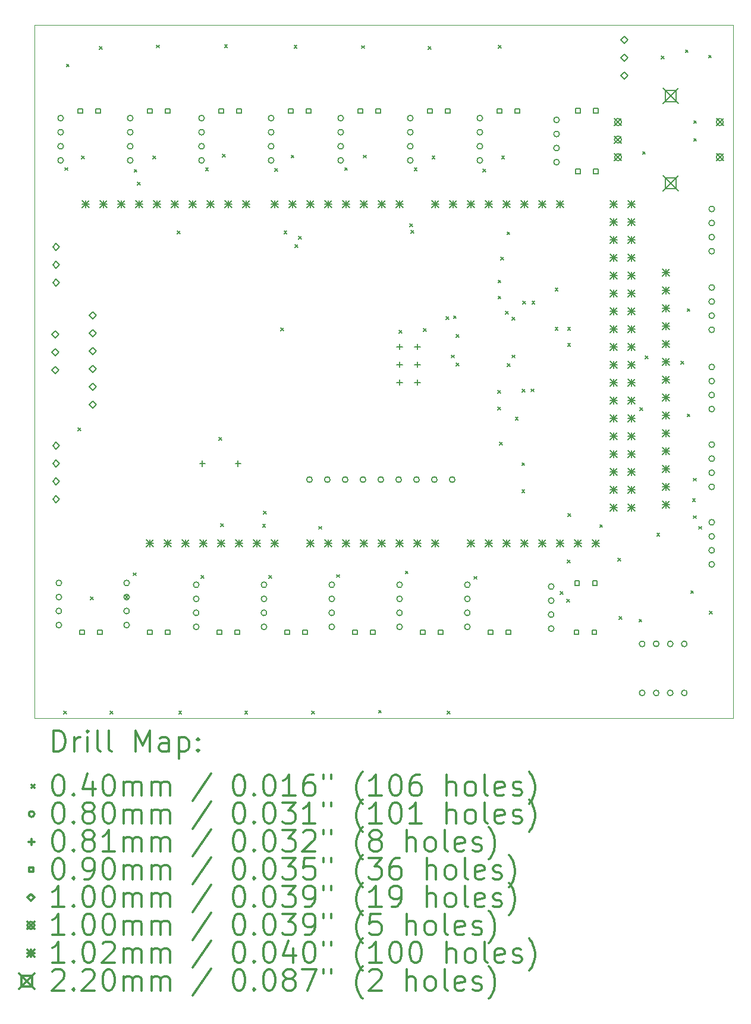
<source format=gbr>
%FSLAX45Y45*%
G04 Gerber Fmt 4.5, Leading zero omitted, Abs format (unit mm)*
G04 Created by KiCad (PCBNEW 4.0.6-e0-6349~53~ubuntu16.04.1) date Thu Jun 29 18:49:36 2017*
%MOMM*%
%LPD*%
G01*
G04 APERTURE LIST*
%ADD10C,0.127000*%
%ADD11C,0.100000*%
%ADD12C,0.200000*%
%ADD13C,0.300000*%
G04 APERTURE END LIST*
D10*
D11*
X22275800Y-2127250D02*
X22275800Y-11995150D01*
X12331700Y-2127250D02*
X22275800Y-2127250D01*
X12331700Y-11995150D02*
X12331700Y-2127250D01*
X22275800Y-11995150D02*
X12331700Y-11995150D01*
D12*
X12743500Y-11892600D02*
X12783500Y-11932600D01*
X12783500Y-11892600D02*
X12743500Y-11932600D01*
X12762550Y-4158300D02*
X12802550Y-4198300D01*
X12802550Y-4158300D02*
X12762550Y-4198300D01*
X12781600Y-2685100D02*
X12821600Y-2725100D01*
X12821600Y-2685100D02*
X12781600Y-2725100D01*
X12946700Y-7860350D02*
X12986700Y-7900350D01*
X12986700Y-7860350D02*
X12946700Y-7900350D01*
X12997500Y-3993200D02*
X13037500Y-4033200D01*
X13037500Y-3993200D02*
X12997500Y-4033200D01*
X13124500Y-10267000D02*
X13164500Y-10307000D01*
X13164500Y-10267000D02*
X13124500Y-10307000D01*
X13251500Y-2433640D02*
X13291500Y-2473640D01*
X13291500Y-2433640D02*
X13251500Y-2473640D01*
X13403900Y-11892600D02*
X13443900Y-11932600D01*
X13443900Y-11892600D02*
X13403900Y-11932600D01*
X13619800Y-10248000D02*
X13659800Y-10288000D01*
X13659800Y-10248000D02*
X13619800Y-10288000D01*
X13734100Y-9924100D02*
X13774100Y-9964100D01*
X13774100Y-9924100D02*
X13734100Y-9964100D01*
X13746800Y-4183700D02*
X13786800Y-4223700D01*
X13786800Y-4183700D02*
X13746800Y-4223700D01*
X13791250Y-4367850D02*
X13831250Y-4407850D01*
X13831250Y-4367850D02*
X13791250Y-4407850D01*
X14013500Y-3993200D02*
X14053500Y-4033200D01*
X14053500Y-3993200D02*
X14013500Y-4033200D01*
X14066840Y-2413320D02*
X14106840Y-2453320D01*
X14106840Y-2413320D02*
X14066840Y-2453320D01*
X14362750Y-5060000D02*
X14402750Y-5100000D01*
X14402750Y-5060000D02*
X14362750Y-5100000D01*
X14381800Y-11892600D02*
X14421800Y-11932600D01*
X14421800Y-11892600D02*
X14381800Y-11932600D01*
X14699300Y-9962200D02*
X14739300Y-10002200D01*
X14739300Y-9962200D02*
X14699300Y-10002200D01*
X14762800Y-4164650D02*
X14802800Y-4204650D01*
X14802800Y-4164650D02*
X14762800Y-4204650D01*
X14953300Y-8000050D02*
X14993300Y-8040050D01*
X14993300Y-8000050D02*
X14953300Y-8040050D01*
X14978700Y-9225600D02*
X15018700Y-9265600D01*
X15018700Y-9225600D02*
X14978700Y-9265600D01*
X15005624Y-3966276D02*
X15045624Y-4006276D01*
X15045624Y-3966276D02*
X15005624Y-4006276D01*
X15034580Y-2408240D02*
X15074580Y-2448240D01*
X15074580Y-2408240D02*
X15034580Y-2448240D01*
X15321600Y-11892600D02*
X15361600Y-11932600D01*
X15361600Y-11892600D02*
X15321600Y-11932600D01*
X15575600Y-9231950D02*
X15615600Y-9271950D01*
X15615600Y-9231950D02*
X15575600Y-9271950D01*
X15588300Y-9047800D02*
X15628300Y-9087800D01*
X15628300Y-9047800D02*
X15588300Y-9087800D01*
X15664500Y-9962200D02*
X15704500Y-10002200D01*
X15704500Y-9962200D02*
X15664500Y-10002200D01*
X15747050Y-4171000D02*
X15787050Y-4211000D01*
X15787050Y-4171000D02*
X15747050Y-4211000D01*
X15835950Y-6437950D02*
X15875950Y-6477950D01*
X15875950Y-6437950D02*
X15835950Y-6477950D01*
X15880400Y-5060000D02*
X15920400Y-5100000D01*
X15920400Y-5060000D02*
X15880400Y-5100000D01*
X15982000Y-3980500D02*
X16022000Y-4020500D01*
X16022000Y-3980500D02*
X15982000Y-4020500D01*
X16025180Y-2418400D02*
X16065180Y-2458400D01*
X16065180Y-2418400D02*
X16025180Y-2458400D01*
X16039150Y-5256850D02*
X16079150Y-5296850D01*
X16079150Y-5256850D02*
X16039150Y-5296850D01*
X16089950Y-5136200D02*
X16129950Y-5176200D01*
X16129950Y-5136200D02*
X16089950Y-5176200D01*
X16274100Y-11892600D02*
X16314100Y-11932600D01*
X16314100Y-11892600D02*
X16274100Y-11932600D01*
X16375700Y-9263700D02*
X16415700Y-9303700D01*
X16415700Y-9263700D02*
X16375700Y-9303700D01*
X16629700Y-9949500D02*
X16669700Y-9989500D01*
X16669700Y-9949500D02*
X16629700Y-9989500D01*
X16744000Y-4158300D02*
X16784000Y-4198300D01*
X16784000Y-4158300D02*
X16744000Y-4198300D01*
X16985300Y-2420940D02*
X17025300Y-2460940D01*
X17025300Y-2420940D02*
X16985300Y-2460940D01*
X17010700Y-3980500D02*
X17050700Y-4020500D01*
X17050700Y-3980500D02*
X17010700Y-4020500D01*
X17226600Y-11879900D02*
X17266600Y-11919900D01*
X17266600Y-11879900D02*
X17226600Y-11919900D01*
X17518700Y-6476050D02*
X17558700Y-6516050D01*
X17558700Y-6476050D02*
X17518700Y-6516050D01*
X17607600Y-9898700D02*
X17647600Y-9938700D01*
X17647600Y-9898700D02*
X17607600Y-9938700D01*
X17671100Y-4958400D02*
X17711100Y-4998400D01*
X17711100Y-4958400D02*
X17671100Y-4998400D01*
X17690150Y-5053650D02*
X17730150Y-5093650D01*
X17730150Y-5053650D02*
X17690150Y-5093650D01*
X17734600Y-4164650D02*
X17774600Y-4204650D01*
X17774600Y-4164650D02*
X17734600Y-4204650D01*
X17867950Y-6450650D02*
X17907950Y-6490650D01*
X17907950Y-6450650D02*
X17867950Y-6490650D01*
X17935260Y-2436180D02*
X17975260Y-2476180D01*
X17975260Y-2436180D02*
X17935260Y-2476180D01*
X17988600Y-3993200D02*
X18028600Y-4033200D01*
X18028600Y-3993200D02*
X17988600Y-4033200D01*
X18185450Y-6279200D02*
X18225450Y-6319200D01*
X18225450Y-6279200D02*
X18185450Y-6319200D01*
X18204500Y-11892600D02*
X18244500Y-11932600D01*
X18244500Y-11892600D02*
X18204500Y-11932600D01*
X18261650Y-6825300D02*
X18301650Y-6865300D01*
X18301650Y-6825300D02*
X18261650Y-6865300D01*
X18293400Y-6266500D02*
X18333400Y-6306500D01*
X18333400Y-6266500D02*
X18293400Y-6306500D01*
X18331500Y-6533200D02*
X18371500Y-6573200D01*
X18371500Y-6533200D02*
X18331500Y-6573200D01*
X18331500Y-6939600D02*
X18371500Y-6979600D01*
X18371500Y-6939600D02*
X18331500Y-6979600D01*
X18585500Y-9974900D02*
X18625500Y-10014900D01*
X18625500Y-9974900D02*
X18585500Y-10014900D01*
X18712500Y-4177350D02*
X18752500Y-4217350D01*
X18752500Y-4177350D02*
X18712500Y-4217350D01*
X18922050Y-7326950D02*
X18962050Y-7366950D01*
X18962050Y-7326950D02*
X18922050Y-7366950D01*
X18922050Y-7568250D02*
X18962050Y-7608250D01*
X18962050Y-7568250D02*
X18922050Y-7608250D01*
X18928400Y-5758500D02*
X18968400Y-5798500D01*
X18968400Y-5758500D02*
X18928400Y-5798500D01*
X18928400Y-5987100D02*
X18968400Y-6027100D01*
X18968400Y-5987100D02*
X18928400Y-6027100D01*
X18933480Y-2415860D02*
X18973480Y-2455860D01*
X18973480Y-2415860D02*
X18933480Y-2455860D01*
X18951260Y-8062280D02*
X18991260Y-8102280D01*
X18991260Y-8062280D02*
X18951260Y-8102280D01*
X18966500Y-5434650D02*
X19006500Y-5474650D01*
X19006500Y-5434650D02*
X18966500Y-5474650D01*
X18979200Y-3993200D02*
X19019200Y-4033200D01*
X19019200Y-3993200D02*
X18979200Y-4033200D01*
X19036350Y-6203000D02*
X19076350Y-6243000D01*
X19076350Y-6203000D02*
X19036350Y-6243000D01*
X19055400Y-5072700D02*
X19095400Y-5112700D01*
X19095400Y-5072700D02*
X19055400Y-5112700D01*
X19061750Y-6945950D02*
X19101750Y-6985950D01*
X19101750Y-6945950D02*
X19061750Y-6985950D01*
X19125250Y-6285550D02*
X19165250Y-6325550D01*
X19165250Y-6285550D02*
X19125250Y-6325550D01*
X19125250Y-6825300D02*
X19165250Y-6865300D01*
X19165250Y-6825300D02*
X19125250Y-6865300D01*
X19174780Y-7711760D02*
X19214780Y-7751760D01*
X19214780Y-7711760D02*
X19174780Y-7751760D01*
X19268760Y-8356920D02*
X19308760Y-8396920D01*
X19308760Y-8356920D02*
X19268760Y-8396920D01*
X19268760Y-8743000D02*
X19308760Y-8783000D01*
X19308760Y-8743000D02*
X19268760Y-8783000D01*
X19271300Y-7314250D02*
X19311300Y-7354250D01*
X19311300Y-7314250D02*
X19271300Y-7354250D01*
X19277650Y-6056950D02*
X19317650Y-6096950D01*
X19317650Y-6056950D02*
X19277650Y-6096950D01*
X19398300Y-7307900D02*
X19438300Y-7347900D01*
X19438300Y-7307900D02*
X19398300Y-7347900D01*
X19411000Y-6056950D02*
X19451000Y-6096950D01*
X19451000Y-6056950D02*
X19411000Y-6096950D01*
X19741200Y-5872800D02*
X19781200Y-5912800D01*
X19781200Y-5872800D02*
X19741200Y-5912800D01*
X19741200Y-6431600D02*
X19781200Y-6471600D01*
X19781200Y-6431600D02*
X19741200Y-6471600D01*
X19811050Y-10190800D02*
X19851050Y-10230800D01*
X19851050Y-10190800D02*
X19811050Y-10230800D01*
X19906300Y-10298750D02*
X19946300Y-10338750D01*
X19946300Y-10298750D02*
X19906300Y-10338750D01*
X19912650Y-9739950D02*
X19952650Y-9779950D01*
X19952650Y-9739950D02*
X19912650Y-9779950D01*
X19919000Y-6431600D02*
X19959000Y-6471600D01*
X19959000Y-6431600D02*
X19919000Y-6471600D01*
X19919000Y-6660200D02*
X19959000Y-6700200D01*
X19959000Y-6660200D02*
X19919000Y-6700200D01*
X19925350Y-9079550D02*
X19965350Y-9119550D01*
X19965350Y-9079550D02*
X19925350Y-9119550D01*
X20376200Y-9238300D02*
X20416200Y-9278300D01*
X20416200Y-9238300D02*
X20376200Y-9278300D01*
X20636550Y-9714550D02*
X20676550Y-9754550D01*
X20676550Y-9714550D02*
X20636550Y-9754550D01*
X20649250Y-10546400D02*
X20689250Y-10586400D01*
X20689250Y-10546400D02*
X20649250Y-10586400D01*
X20935000Y-10584500D02*
X20975000Y-10624500D01*
X20975000Y-10584500D02*
X20935000Y-10624500D01*
X20947700Y-7574600D02*
X20987700Y-7614600D01*
X20987700Y-7574600D02*
X20947700Y-7614600D01*
X20985800Y-3929700D02*
X21025800Y-3969700D01*
X21025800Y-3929700D02*
X20985800Y-3969700D01*
X21023900Y-6838000D02*
X21063900Y-6878000D01*
X21063900Y-6838000D02*
X21023900Y-6878000D01*
X21189000Y-9358950D02*
X21229000Y-9398950D01*
X21229000Y-9358950D02*
X21189000Y-9398950D01*
X21252500Y-2570800D02*
X21292500Y-2610800D01*
X21292500Y-2570800D02*
X21252500Y-2610800D01*
X21531900Y-6914200D02*
X21571900Y-6954200D01*
X21571900Y-6914200D02*
X21531900Y-6954200D01*
X21595400Y-2481900D02*
X21635400Y-2521900D01*
X21635400Y-2481900D02*
X21595400Y-2521900D01*
X21620800Y-6164900D02*
X21660800Y-6204900D01*
X21660800Y-6164900D02*
X21620800Y-6204900D01*
X21620800Y-7663500D02*
X21660800Y-7703500D01*
X21660800Y-7663500D02*
X21620800Y-7703500D01*
X21671600Y-10178100D02*
X21711600Y-10218100D01*
X21711600Y-10178100D02*
X21671600Y-10218100D01*
X21697000Y-8870000D02*
X21737000Y-8910000D01*
X21737000Y-8870000D02*
X21697000Y-8910000D01*
X21709700Y-8577900D02*
X21749700Y-8617900D01*
X21749700Y-8577900D02*
X21709700Y-8617900D01*
X21709700Y-9111300D02*
X21749700Y-9151300D01*
X21749700Y-9111300D02*
X21709700Y-9151300D01*
X21714780Y-3487740D02*
X21754780Y-3527740D01*
X21754780Y-3487740D02*
X21714780Y-3527740D01*
X21714780Y-3741740D02*
X21754780Y-3781740D01*
X21754780Y-3741740D02*
X21714780Y-3781740D01*
X21785900Y-9263700D02*
X21825900Y-9303700D01*
X21825900Y-9263700D02*
X21785900Y-9303700D01*
X21925600Y-2558100D02*
X21965600Y-2598100D01*
X21965600Y-2558100D02*
X21925600Y-2598100D01*
X21938300Y-10470200D02*
X21978300Y-10510200D01*
X21978300Y-10470200D02*
X21938300Y-10510200D01*
X12714600Y-10068000D02*
G75*
G03X12714600Y-10068000I-40000J0D01*
G01*
X12714600Y-10268000D02*
G75*
G03X12714600Y-10268000I-40000J0D01*
G01*
X12714600Y-10468000D02*
G75*
G03X12714600Y-10468000I-40000J0D01*
G01*
X12714600Y-10668000D02*
G75*
G03X12714600Y-10668000I-40000J0D01*
G01*
X12740000Y-3454400D02*
G75*
G03X12740000Y-3454400I-40000J0D01*
G01*
X12740000Y-3654400D02*
G75*
G03X12740000Y-3654400I-40000J0D01*
G01*
X12740000Y-3854400D02*
G75*
G03X12740000Y-3854400I-40000J0D01*
G01*
X12740000Y-4054400D02*
G75*
G03X12740000Y-4054400I-40000J0D01*
G01*
X13679800Y-10068000D02*
G75*
G03X13679800Y-10068000I-40000J0D01*
G01*
X13679800Y-10268000D02*
G75*
G03X13679800Y-10268000I-40000J0D01*
G01*
X13679800Y-10468000D02*
G75*
G03X13679800Y-10468000I-40000J0D01*
G01*
X13679800Y-10668000D02*
G75*
G03X13679800Y-10668000I-40000J0D01*
G01*
X13730600Y-3454400D02*
G75*
G03X13730600Y-3454400I-40000J0D01*
G01*
X13730600Y-3654400D02*
G75*
G03X13730600Y-3654400I-40000J0D01*
G01*
X13730600Y-3854400D02*
G75*
G03X13730600Y-3854400I-40000J0D01*
G01*
X13730600Y-4054400D02*
G75*
G03X13730600Y-4054400I-40000J0D01*
G01*
X14670400Y-10093400D02*
G75*
G03X14670400Y-10093400I-40000J0D01*
G01*
X14670400Y-10293400D02*
G75*
G03X14670400Y-10293400I-40000J0D01*
G01*
X14670400Y-10493400D02*
G75*
G03X14670400Y-10493400I-40000J0D01*
G01*
X14670400Y-10693400D02*
G75*
G03X14670400Y-10693400I-40000J0D01*
G01*
X14746600Y-3454400D02*
G75*
G03X14746600Y-3454400I-40000J0D01*
G01*
X14746600Y-3654400D02*
G75*
G03X14746600Y-3654400I-40000J0D01*
G01*
X14746600Y-3854400D02*
G75*
G03X14746600Y-3854400I-40000J0D01*
G01*
X14746600Y-4054400D02*
G75*
G03X14746600Y-4054400I-40000J0D01*
G01*
X15635600Y-10093400D02*
G75*
G03X15635600Y-10093400I-40000J0D01*
G01*
X15635600Y-10293400D02*
G75*
G03X15635600Y-10293400I-40000J0D01*
G01*
X15635600Y-10493400D02*
G75*
G03X15635600Y-10493400I-40000J0D01*
G01*
X15635600Y-10693400D02*
G75*
G03X15635600Y-10693400I-40000J0D01*
G01*
X15737200Y-3454400D02*
G75*
G03X15737200Y-3454400I-40000J0D01*
G01*
X15737200Y-3654400D02*
G75*
G03X15737200Y-3654400I-40000J0D01*
G01*
X15737200Y-3854400D02*
G75*
G03X15737200Y-3854400I-40000J0D01*
G01*
X15737200Y-4054400D02*
G75*
G03X15737200Y-4054400I-40000J0D01*
G01*
X16283300Y-8597900D02*
G75*
G03X16283300Y-8597900I-40000J0D01*
G01*
X16537300Y-8597900D02*
G75*
G03X16537300Y-8597900I-40000J0D01*
G01*
X16600800Y-10093400D02*
G75*
G03X16600800Y-10093400I-40000J0D01*
G01*
X16600800Y-10293400D02*
G75*
G03X16600800Y-10293400I-40000J0D01*
G01*
X16600800Y-10493400D02*
G75*
G03X16600800Y-10493400I-40000J0D01*
G01*
X16600800Y-10693400D02*
G75*
G03X16600800Y-10693400I-40000J0D01*
G01*
X16727800Y-3454400D02*
G75*
G03X16727800Y-3454400I-40000J0D01*
G01*
X16727800Y-3654400D02*
G75*
G03X16727800Y-3654400I-40000J0D01*
G01*
X16727800Y-3854400D02*
G75*
G03X16727800Y-3854400I-40000J0D01*
G01*
X16727800Y-4054400D02*
G75*
G03X16727800Y-4054400I-40000J0D01*
G01*
X16791300Y-8597900D02*
G75*
G03X16791300Y-8597900I-40000J0D01*
G01*
X17045300Y-8597900D02*
G75*
G03X17045300Y-8597900I-40000J0D01*
G01*
X17299300Y-8597900D02*
G75*
G03X17299300Y-8597900I-40000J0D01*
G01*
X17553300Y-8597900D02*
G75*
G03X17553300Y-8597900I-40000J0D01*
G01*
X17566000Y-10093400D02*
G75*
G03X17566000Y-10093400I-40000J0D01*
G01*
X17566000Y-10293400D02*
G75*
G03X17566000Y-10293400I-40000J0D01*
G01*
X17566000Y-10493400D02*
G75*
G03X17566000Y-10493400I-40000J0D01*
G01*
X17566000Y-10693400D02*
G75*
G03X17566000Y-10693400I-40000J0D01*
G01*
X17718400Y-3454400D02*
G75*
G03X17718400Y-3454400I-40000J0D01*
G01*
X17718400Y-3654400D02*
G75*
G03X17718400Y-3654400I-40000J0D01*
G01*
X17718400Y-3854400D02*
G75*
G03X17718400Y-3854400I-40000J0D01*
G01*
X17718400Y-4054400D02*
G75*
G03X17718400Y-4054400I-40000J0D01*
G01*
X17807300Y-8597900D02*
G75*
G03X17807300Y-8597900I-40000J0D01*
G01*
X18061300Y-8597900D02*
G75*
G03X18061300Y-8597900I-40000J0D01*
G01*
X18315300Y-8597900D02*
G75*
G03X18315300Y-8597900I-40000J0D01*
G01*
X18531200Y-10093400D02*
G75*
G03X18531200Y-10093400I-40000J0D01*
G01*
X18531200Y-10293400D02*
G75*
G03X18531200Y-10293400I-40000J0D01*
G01*
X18531200Y-10493400D02*
G75*
G03X18531200Y-10493400I-40000J0D01*
G01*
X18531200Y-10693400D02*
G75*
G03X18531200Y-10693400I-40000J0D01*
G01*
X18709000Y-3454400D02*
G75*
G03X18709000Y-3454400I-40000J0D01*
G01*
X18709000Y-3654400D02*
G75*
G03X18709000Y-3654400I-40000J0D01*
G01*
X18709000Y-3854400D02*
G75*
G03X18709000Y-3854400I-40000J0D01*
G01*
X18709000Y-4054400D02*
G75*
G03X18709000Y-4054400I-40000J0D01*
G01*
X19725000Y-10118800D02*
G75*
G03X19725000Y-10118800I-40000J0D01*
G01*
X19725000Y-10318800D02*
G75*
G03X19725000Y-10318800I-40000J0D01*
G01*
X19725000Y-10518800D02*
G75*
G03X19725000Y-10518800I-40000J0D01*
G01*
X19725000Y-10718800D02*
G75*
G03X19725000Y-10718800I-40000J0D01*
G01*
X19801200Y-3479800D02*
G75*
G03X19801200Y-3479800I-40000J0D01*
G01*
X19801200Y-3679800D02*
G75*
G03X19801200Y-3679800I-40000J0D01*
G01*
X19801200Y-3879800D02*
G75*
G03X19801200Y-3879800I-40000J0D01*
G01*
X19801200Y-4079800D02*
G75*
G03X19801200Y-4079800I-40000J0D01*
G01*
X21020400Y-10934700D02*
G75*
G03X21020400Y-10934700I-40000J0D01*
G01*
X21020400Y-11633200D02*
G75*
G03X21020400Y-11633200I-40000J0D01*
G01*
X21220400Y-10934700D02*
G75*
G03X21220400Y-10934700I-40000J0D01*
G01*
X21220400Y-11633200D02*
G75*
G03X21220400Y-11633200I-40000J0D01*
G01*
X21420400Y-10934700D02*
G75*
G03X21420400Y-10934700I-40000J0D01*
G01*
X21420400Y-11633200D02*
G75*
G03X21420400Y-11633200I-40000J0D01*
G01*
X21620400Y-10934700D02*
G75*
G03X21620400Y-10934700I-40000J0D01*
G01*
X21620400Y-11633200D02*
G75*
G03X21620400Y-11633200I-40000J0D01*
G01*
X22011000Y-4746700D02*
G75*
G03X22011000Y-4746700I-40000J0D01*
G01*
X22011000Y-4946700D02*
G75*
G03X22011000Y-4946700I-40000J0D01*
G01*
X22011000Y-5146700D02*
G75*
G03X22011000Y-5146700I-40000J0D01*
G01*
X22011000Y-5346700D02*
G75*
G03X22011000Y-5346700I-40000J0D01*
G01*
X22011000Y-5864300D02*
G75*
G03X22011000Y-5864300I-40000J0D01*
G01*
X22011000Y-6064300D02*
G75*
G03X22011000Y-6064300I-40000J0D01*
G01*
X22011000Y-6264300D02*
G75*
G03X22011000Y-6264300I-40000J0D01*
G01*
X22011000Y-6464300D02*
G75*
G03X22011000Y-6464300I-40000J0D01*
G01*
X22011000Y-6994600D02*
G75*
G03X22011000Y-6994600I-40000J0D01*
G01*
X22011000Y-7194600D02*
G75*
G03X22011000Y-7194600I-40000J0D01*
G01*
X22011000Y-7394600D02*
G75*
G03X22011000Y-7394600I-40000J0D01*
G01*
X22011000Y-7594600D02*
G75*
G03X22011000Y-7594600I-40000J0D01*
G01*
X22011000Y-8099500D02*
G75*
G03X22011000Y-8099500I-40000J0D01*
G01*
X22011000Y-8299500D02*
G75*
G03X22011000Y-8299500I-40000J0D01*
G01*
X22011000Y-8499500D02*
G75*
G03X22011000Y-8499500I-40000J0D01*
G01*
X22011000Y-8699500D02*
G75*
G03X22011000Y-8699500I-40000J0D01*
G01*
X22011000Y-9204400D02*
G75*
G03X22011000Y-9204400I-40000J0D01*
G01*
X22011000Y-9404400D02*
G75*
G03X22011000Y-9404400I-40000J0D01*
G01*
X22011000Y-9604400D02*
G75*
G03X22011000Y-9604400I-40000J0D01*
G01*
X22011000Y-9804400D02*
G75*
G03X22011000Y-9804400I-40000J0D01*
G01*
X14719300Y-8328660D02*
X14719300Y-8409940D01*
X14678660Y-8369300D02*
X14759940Y-8369300D01*
X15227300Y-8328660D02*
X15227300Y-8409940D01*
X15186660Y-8369300D02*
X15267940Y-8369300D01*
X17526000Y-6664960D02*
X17526000Y-6746240D01*
X17485360Y-6705600D02*
X17566640Y-6705600D01*
X17526000Y-6918960D02*
X17526000Y-7000240D01*
X17485360Y-6959600D02*
X17566640Y-6959600D01*
X17526000Y-7172960D02*
X17526000Y-7254240D01*
X17485360Y-7213600D02*
X17566640Y-7213600D01*
X17780000Y-6664960D02*
X17780000Y-6746240D01*
X17739360Y-6705600D02*
X17820640Y-6705600D01*
X17780000Y-6918960D02*
X17780000Y-7000240D01*
X17739360Y-6959600D02*
X17820640Y-6959600D01*
X17780000Y-7172960D02*
X17780000Y-7254240D01*
X17739360Y-7213600D02*
X17820640Y-7213600D01*
X13011220Y-3384620D02*
X13011220Y-3320980D01*
X12947580Y-3320980D01*
X12947580Y-3384620D01*
X13011220Y-3384620D01*
X13036620Y-10801420D02*
X13036620Y-10737780D01*
X12972980Y-10737780D01*
X12972980Y-10801420D01*
X13036620Y-10801420D01*
X13265220Y-3384620D02*
X13265220Y-3320980D01*
X13201580Y-3320980D01*
X13201580Y-3384620D01*
X13265220Y-3384620D01*
X13290620Y-10801420D02*
X13290620Y-10737780D01*
X13226980Y-10737780D01*
X13226980Y-10801420D01*
X13290620Y-10801420D01*
X14001820Y-3384620D02*
X14001820Y-3320980D01*
X13938180Y-3320980D01*
X13938180Y-3384620D01*
X14001820Y-3384620D01*
X14001820Y-10801420D02*
X14001820Y-10737780D01*
X13938180Y-10737780D01*
X13938180Y-10801420D01*
X14001820Y-10801420D01*
X14255820Y-3384620D02*
X14255820Y-3320980D01*
X14192180Y-3320980D01*
X14192180Y-3384620D01*
X14255820Y-3384620D01*
X14255820Y-10801420D02*
X14255820Y-10737780D01*
X14192180Y-10737780D01*
X14192180Y-10801420D01*
X14255820Y-10801420D01*
X14992420Y-10801420D02*
X14992420Y-10737780D01*
X14928780Y-10737780D01*
X14928780Y-10801420D01*
X14992420Y-10801420D01*
X15017820Y-3384620D02*
X15017820Y-3320980D01*
X14954180Y-3320980D01*
X14954180Y-3384620D01*
X15017820Y-3384620D01*
X15246420Y-10801420D02*
X15246420Y-10737780D01*
X15182780Y-10737780D01*
X15182780Y-10801420D01*
X15246420Y-10801420D01*
X15271820Y-3384620D02*
X15271820Y-3320980D01*
X15208180Y-3320980D01*
X15208180Y-3384620D01*
X15271820Y-3384620D01*
X15957620Y-10801420D02*
X15957620Y-10737780D01*
X15893980Y-10737780D01*
X15893980Y-10801420D01*
X15957620Y-10801420D01*
X16008420Y-3384620D02*
X16008420Y-3320980D01*
X15944780Y-3320980D01*
X15944780Y-3384620D01*
X16008420Y-3384620D01*
X16211620Y-10801420D02*
X16211620Y-10737780D01*
X16147980Y-10737780D01*
X16147980Y-10801420D01*
X16211620Y-10801420D01*
X16262420Y-3384620D02*
X16262420Y-3320980D01*
X16198780Y-3320980D01*
X16198780Y-3384620D01*
X16262420Y-3384620D01*
X16922820Y-10801420D02*
X16922820Y-10737780D01*
X16859180Y-10737780D01*
X16859180Y-10801420D01*
X16922820Y-10801420D01*
X16999020Y-3384620D02*
X16999020Y-3320980D01*
X16935380Y-3320980D01*
X16935380Y-3384620D01*
X16999020Y-3384620D01*
X17176820Y-10801420D02*
X17176820Y-10737780D01*
X17113180Y-10737780D01*
X17113180Y-10801420D01*
X17176820Y-10801420D01*
X17253020Y-3384620D02*
X17253020Y-3320980D01*
X17189380Y-3320980D01*
X17189380Y-3384620D01*
X17253020Y-3384620D01*
X17888020Y-10801420D02*
X17888020Y-10737780D01*
X17824380Y-10737780D01*
X17824380Y-10801420D01*
X17888020Y-10801420D01*
X17989620Y-3384620D02*
X17989620Y-3320980D01*
X17925980Y-3320980D01*
X17925980Y-3384620D01*
X17989620Y-3384620D01*
X18142020Y-10801420D02*
X18142020Y-10737780D01*
X18078380Y-10737780D01*
X18078380Y-10801420D01*
X18142020Y-10801420D01*
X18243620Y-3384620D02*
X18243620Y-3320980D01*
X18179980Y-3320980D01*
X18179980Y-3384620D01*
X18243620Y-3384620D01*
X18853220Y-10801420D02*
X18853220Y-10737780D01*
X18789580Y-10737780D01*
X18789580Y-10801420D01*
X18853220Y-10801420D01*
X18980220Y-3384620D02*
X18980220Y-3320980D01*
X18916580Y-3320980D01*
X18916580Y-3384620D01*
X18980220Y-3384620D01*
X19107220Y-10801420D02*
X19107220Y-10737780D01*
X19043580Y-10737780D01*
X19043580Y-10801420D01*
X19107220Y-10801420D01*
X19234220Y-3384620D02*
X19234220Y-3320980D01*
X19170580Y-3320980D01*
X19170580Y-3384620D01*
X19234220Y-3384620D01*
X20078770Y-10801420D02*
X20078770Y-10737780D01*
X20015130Y-10737780D01*
X20015130Y-10801420D01*
X20078770Y-10801420D01*
X20085120Y-10102920D02*
X20085120Y-10039280D01*
X20021480Y-10039280D01*
X20021480Y-10102920D01*
X20085120Y-10102920D01*
X20097820Y-3378270D02*
X20097820Y-3314630D01*
X20034180Y-3314630D01*
X20034180Y-3378270D01*
X20097820Y-3378270D01*
X20097820Y-4241870D02*
X20097820Y-4178230D01*
X20034180Y-4178230D01*
X20034180Y-4241870D01*
X20097820Y-4241870D01*
X20332770Y-10801420D02*
X20332770Y-10737780D01*
X20269130Y-10737780D01*
X20269130Y-10801420D01*
X20332770Y-10801420D01*
X20339120Y-10102920D02*
X20339120Y-10039280D01*
X20275480Y-10039280D01*
X20275480Y-10102920D01*
X20339120Y-10102920D01*
X20351820Y-3378270D02*
X20351820Y-3314630D01*
X20288180Y-3314630D01*
X20288180Y-3378270D01*
X20351820Y-3378270D01*
X20351820Y-4241870D02*
X20351820Y-4178230D01*
X20288180Y-4178230D01*
X20288180Y-4241870D01*
X20351820Y-4241870D01*
X12623800Y-6577800D02*
X12673800Y-6527800D01*
X12623800Y-6477800D01*
X12573800Y-6527800D01*
X12623800Y-6577800D01*
X12623800Y-6831800D02*
X12673800Y-6781800D01*
X12623800Y-6731800D01*
X12573800Y-6781800D01*
X12623800Y-6831800D01*
X12623800Y-7085800D02*
X12673800Y-7035800D01*
X12623800Y-6985800D01*
X12573800Y-7035800D01*
X12623800Y-7085800D01*
X12636500Y-5333200D02*
X12686500Y-5283200D01*
X12636500Y-5233200D01*
X12586500Y-5283200D01*
X12636500Y-5333200D01*
X12636500Y-5587200D02*
X12686500Y-5537200D01*
X12636500Y-5487200D01*
X12586500Y-5537200D01*
X12636500Y-5587200D01*
X12636500Y-5841200D02*
X12686500Y-5791200D01*
X12636500Y-5741200D01*
X12586500Y-5791200D01*
X12636500Y-5841200D01*
X12636500Y-8165300D02*
X12686500Y-8115300D01*
X12636500Y-8065300D01*
X12586500Y-8115300D01*
X12636500Y-8165300D01*
X12636500Y-8419300D02*
X12686500Y-8369300D01*
X12636500Y-8319300D01*
X12586500Y-8369300D01*
X12636500Y-8419300D01*
X12636500Y-8673300D02*
X12686500Y-8623300D01*
X12636500Y-8573300D01*
X12586500Y-8623300D01*
X12636500Y-8673300D01*
X12636500Y-8927300D02*
X12686500Y-8877300D01*
X12636500Y-8827300D01*
X12586500Y-8877300D01*
X12636500Y-8927300D01*
X13157200Y-6311100D02*
X13207200Y-6261100D01*
X13157200Y-6211100D01*
X13107200Y-6261100D01*
X13157200Y-6311100D01*
X13157200Y-6565100D02*
X13207200Y-6515100D01*
X13157200Y-6465100D01*
X13107200Y-6515100D01*
X13157200Y-6565100D01*
X13157200Y-6819100D02*
X13207200Y-6769100D01*
X13157200Y-6719100D01*
X13107200Y-6769100D01*
X13157200Y-6819100D01*
X13157200Y-7073100D02*
X13207200Y-7023100D01*
X13157200Y-6973100D01*
X13107200Y-7023100D01*
X13157200Y-7073100D01*
X13157200Y-7327100D02*
X13207200Y-7277100D01*
X13157200Y-7227100D01*
X13107200Y-7277100D01*
X13157200Y-7327100D01*
X13157200Y-7581100D02*
X13207200Y-7531100D01*
X13157200Y-7481100D01*
X13107200Y-7531100D01*
X13157200Y-7581100D01*
X20726400Y-2386800D02*
X20776400Y-2336800D01*
X20726400Y-2286800D01*
X20676400Y-2336800D01*
X20726400Y-2386800D01*
X20726400Y-2640800D02*
X20776400Y-2590800D01*
X20726400Y-2540800D01*
X20676400Y-2590800D01*
X20726400Y-2640800D01*
X20726400Y-2894800D02*
X20776400Y-2844800D01*
X20726400Y-2794800D01*
X20676400Y-2844800D01*
X20726400Y-2894800D01*
X20586700Y-3459226D02*
X20686776Y-3559302D01*
X20686776Y-3459226D02*
X20586700Y-3559302D01*
X20686776Y-3509264D02*
G75*
G03X20686776Y-3509264I-50038J0D01*
G01*
X20586700Y-3709162D02*
X20686776Y-3809238D01*
X20686776Y-3709162D02*
X20586700Y-3809238D01*
X20686776Y-3759200D02*
G75*
G03X20686776Y-3759200I-50038J0D01*
G01*
X20586700Y-3959098D02*
X20686776Y-4059174D01*
X20686776Y-3959098D02*
X20586700Y-4059174D01*
X20686776Y-4009136D02*
G75*
G03X20686776Y-4009136I-50038J0D01*
G01*
X22036786Y-3459226D02*
X22136862Y-3559302D01*
X22136862Y-3459226D02*
X22036786Y-3559302D01*
X22136862Y-3509264D02*
G75*
G03X22136862Y-3509264I-50038J0D01*
G01*
X22036786Y-3959098D02*
X22136862Y-4059174D01*
X22136862Y-3959098D02*
X22036786Y-4059174D01*
X22136862Y-4009136D02*
G75*
G03X22136862Y-4009136I-50038J0D01*
G01*
X13004800Y-4622800D02*
X13106400Y-4724400D01*
X13106400Y-4622800D02*
X13004800Y-4724400D01*
X13055600Y-4622800D02*
X13055600Y-4724400D01*
X13004800Y-4673600D02*
X13106400Y-4673600D01*
X13258800Y-4622800D02*
X13360400Y-4724400D01*
X13360400Y-4622800D02*
X13258800Y-4724400D01*
X13309600Y-4622800D02*
X13309600Y-4724400D01*
X13258800Y-4673600D02*
X13360400Y-4673600D01*
X13512800Y-4622800D02*
X13614400Y-4724400D01*
X13614400Y-4622800D02*
X13512800Y-4724400D01*
X13563600Y-4622800D02*
X13563600Y-4724400D01*
X13512800Y-4673600D02*
X13614400Y-4673600D01*
X13766800Y-4622800D02*
X13868400Y-4724400D01*
X13868400Y-4622800D02*
X13766800Y-4724400D01*
X13817600Y-4622800D02*
X13817600Y-4724400D01*
X13766800Y-4673600D02*
X13868400Y-4673600D01*
X13919200Y-9448800D02*
X14020800Y-9550400D01*
X14020800Y-9448800D02*
X13919200Y-9550400D01*
X13970000Y-9448800D02*
X13970000Y-9550400D01*
X13919200Y-9499600D02*
X14020800Y-9499600D01*
X14020800Y-4622800D02*
X14122400Y-4724400D01*
X14122400Y-4622800D02*
X14020800Y-4724400D01*
X14071600Y-4622800D02*
X14071600Y-4724400D01*
X14020800Y-4673600D02*
X14122400Y-4673600D01*
X14173200Y-9448800D02*
X14274800Y-9550400D01*
X14274800Y-9448800D02*
X14173200Y-9550400D01*
X14224000Y-9448800D02*
X14224000Y-9550400D01*
X14173200Y-9499600D02*
X14274800Y-9499600D01*
X14274800Y-4622800D02*
X14376400Y-4724400D01*
X14376400Y-4622800D02*
X14274800Y-4724400D01*
X14325600Y-4622800D02*
X14325600Y-4724400D01*
X14274800Y-4673600D02*
X14376400Y-4673600D01*
X14427200Y-9448800D02*
X14528800Y-9550400D01*
X14528800Y-9448800D02*
X14427200Y-9550400D01*
X14478000Y-9448800D02*
X14478000Y-9550400D01*
X14427200Y-9499600D02*
X14528800Y-9499600D01*
X14528800Y-4622800D02*
X14630400Y-4724400D01*
X14630400Y-4622800D02*
X14528800Y-4724400D01*
X14579600Y-4622800D02*
X14579600Y-4724400D01*
X14528800Y-4673600D02*
X14630400Y-4673600D01*
X14681200Y-9448800D02*
X14782800Y-9550400D01*
X14782800Y-9448800D02*
X14681200Y-9550400D01*
X14732000Y-9448800D02*
X14732000Y-9550400D01*
X14681200Y-9499600D02*
X14782800Y-9499600D01*
X14782800Y-4622800D02*
X14884400Y-4724400D01*
X14884400Y-4622800D02*
X14782800Y-4724400D01*
X14833600Y-4622800D02*
X14833600Y-4724400D01*
X14782800Y-4673600D02*
X14884400Y-4673600D01*
X14935200Y-9448800D02*
X15036800Y-9550400D01*
X15036800Y-9448800D02*
X14935200Y-9550400D01*
X14986000Y-9448800D02*
X14986000Y-9550400D01*
X14935200Y-9499600D02*
X15036800Y-9499600D01*
X15036800Y-4622800D02*
X15138400Y-4724400D01*
X15138400Y-4622800D02*
X15036800Y-4724400D01*
X15087600Y-4622800D02*
X15087600Y-4724400D01*
X15036800Y-4673600D02*
X15138400Y-4673600D01*
X15189200Y-9448800D02*
X15290800Y-9550400D01*
X15290800Y-9448800D02*
X15189200Y-9550400D01*
X15240000Y-9448800D02*
X15240000Y-9550400D01*
X15189200Y-9499600D02*
X15290800Y-9499600D01*
X15290800Y-4622800D02*
X15392400Y-4724400D01*
X15392400Y-4622800D02*
X15290800Y-4724400D01*
X15341600Y-4622800D02*
X15341600Y-4724400D01*
X15290800Y-4673600D02*
X15392400Y-4673600D01*
X15443200Y-9448800D02*
X15544800Y-9550400D01*
X15544800Y-9448800D02*
X15443200Y-9550400D01*
X15494000Y-9448800D02*
X15494000Y-9550400D01*
X15443200Y-9499600D02*
X15544800Y-9499600D01*
X15697200Y-4622800D02*
X15798800Y-4724400D01*
X15798800Y-4622800D02*
X15697200Y-4724400D01*
X15748000Y-4622800D02*
X15748000Y-4724400D01*
X15697200Y-4673600D02*
X15798800Y-4673600D01*
X15697200Y-9448800D02*
X15798800Y-9550400D01*
X15798800Y-9448800D02*
X15697200Y-9550400D01*
X15748000Y-9448800D02*
X15748000Y-9550400D01*
X15697200Y-9499600D02*
X15798800Y-9499600D01*
X15951200Y-4622800D02*
X16052800Y-4724400D01*
X16052800Y-4622800D02*
X15951200Y-4724400D01*
X16002000Y-4622800D02*
X16002000Y-4724400D01*
X15951200Y-4673600D02*
X16052800Y-4673600D01*
X16205200Y-4622800D02*
X16306800Y-4724400D01*
X16306800Y-4622800D02*
X16205200Y-4724400D01*
X16256000Y-4622800D02*
X16256000Y-4724400D01*
X16205200Y-4673600D02*
X16306800Y-4673600D01*
X16205200Y-9448800D02*
X16306800Y-9550400D01*
X16306800Y-9448800D02*
X16205200Y-9550400D01*
X16256000Y-9448800D02*
X16256000Y-9550400D01*
X16205200Y-9499600D02*
X16306800Y-9499600D01*
X16459200Y-4622800D02*
X16560800Y-4724400D01*
X16560800Y-4622800D02*
X16459200Y-4724400D01*
X16510000Y-4622800D02*
X16510000Y-4724400D01*
X16459200Y-4673600D02*
X16560800Y-4673600D01*
X16459200Y-9448800D02*
X16560800Y-9550400D01*
X16560800Y-9448800D02*
X16459200Y-9550400D01*
X16510000Y-9448800D02*
X16510000Y-9550400D01*
X16459200Y-9499600D02*
X16560800Y-9499600D01*
X16713200Y-4622800D02*
X16814800Y-4724400D01*
X16814800Y-4622800D02*
X16713200Y-4724400D01*
X16764000Y-4622800D02*
X16764000Y-4724400D01*
X16713200Y-4673600D02*
X16814800Y-4673600D01*
X16713200Y-9448800D02*
X16814800Y-9550400D01*
X16814800Y-9448800D02*
X16713200Y-9550400D01*
X16764000Y-9448800D02*
X16764000Y-9550400D01*
X16713200Y-9499600D02*
X16814800Y-9499600D01*
X16967200Y-4622800D02*
X17068800Y-4724400D01*
X17068800Y-4622800D02*
X16967200Y-4724400D01*
X17018000Y-4622800D02*
X17018000Y-4724400D01*
X16967200Y-4673600D02*
X17068800Y-4673600D01*
X16967200Y-9448800D02*
X17068800Y-9550400D01*
X17068800Y-9448800D02*
X16967200Y-9550400D01*
X17018000Y-9448800D02*
X17018000Y-9550400D01*
X16967200Y-9499600D02*
X17068800Y-9499600D01*
X17221200Y-4622800D02*
X17322800Y-4724400D01*
X17322800Y-4622800D02*
X17221200Y-4724400D01*
X17272000Y-4622800D02*
X17272000Y-4724400D01*
X17221200Y-4673600D02*
X17322800Y-4673600D01*
X17221200Y-9448800D02*
X17322800Y-9550400D01*
X17322800Y-9448800D02*
X17221200Y-9550400D01*
X17272000Y-9448800D02*
X17272000Y-9550400D01*
X17221200Y-9499600D02*
X17322800Y-9499600D01*
X17475200Y-4622800D02*
X17576800Y-4724400D01*
X17576800Y-4622800D02*
X17475200Y-4724400D01*
X17526000Y-4622800D02*
X17526000Y-4724400D01*
X17475200Y-4673600D02*
X17576800Y-4673600D01*
X17475200Y-9448800D02*
X17576800Y-9550400D01*
X17576800Y-9448800D02*
X17475200Y-9550400D01*
X17526000Y-9448800D02*
X17526000Y-9550400D01*
X17475200Y-9499600D02*
X17576800Y-9499600D01*
X17729200Y-9448800D02*
X17830800Y-9550400D01*
X17830800Y-9448800D02*
X17729200Y-9550400D01*
X17780000Y-9448800D02*
X17780000Y-9550400D01*
X17729200Y-9499600D02*
X17830800Y-9499600D01*
X17983200Y-4622800D02*
X18084800Y-4724400D01*
X18084800Y-4622800D02*
X17983200Y-4724400D01*
X18034000Y-4622800D02*
X18034000Y-4724400D01*
X17983200Y-4673600D02*
X18084800Y-4673600D01*
X17983200Y-9448800D02*
X18084800Y-9550400D01*
X18084800Y-9448800D02*
X17983200Y-9550400D01*
X18034000Y-9448800D02*
X18034000Y-9550400D01*
X17983200Y-9499600D02*
X18084800Y-9499600D01*
X18237200Y-4622800D02*
X18338800Y-4724400D01*
X18338800Y-4622800D02*
X18237200Y-4724400D01*
X18288000Y-4622800D02*
X18288000Y-4724400D01*
X18237200Y-4673600D02*
X18338800Y-4673600D01*
X18491200Y-4622800D02*
X18592800Y-4724400D01*
X18592800Y-4622800D02*
X18491200Y-4724400D01*
X18542000Y-4622800D02*
X18542000Y-4724400D01*
X18491200Y-4673600D02*
X18592800Y-4673600D01*
X18491200Y-9448800D02*
X18592800Y-9550400D01*
X18592800Y-9448800D02*
X18491200Y-9550400D01*
X18542000Y-9448800D02*
X18542000Y-9550400D01*
X18491200Y-9499600D02*
X18592800Y-9499600D01*
X18745200Y-4622800D02*
X18846800Y-4724400D01*
X18846800Y-4622800D02*
X18745200Y-4724400D01*
X18796000Y-4622800D02*
X18796000Y-4724400D01*
X18745200Y-4673600D02*
X18846800Y-4673600D01*
X18745200Y-9448800D02*
X18846800Y-9550400D01*
X18846800Y-9448800D02*
X18745200Y-9550400D01*
X18796000Y-9448800D02*
X18796000Y-9550400D01*
X18745200Y-9499600D02*
X18846800Y-9499600D01*
X18999200Y-4622800D02*
X19100800Y-4724400D01*
X19100800Y-4622800D02*
X18999200Y-4724400D01*
X19050000Y-4622800D02*
X19050000Y-4724400D01*
X18999200Y-4673600D02*
X19100800Y-4673600D01*
X18999200Y-9448800D02*
X19100800Y-9550400D01*
X19100800Y-9448800D02*
X18999200Y-9550400D01*
X19050000Y-9448800D02*
X19050000Y-9550400D01*
X18999200Y-9499600D02*
X19100800Y-9499600D01*
X19253200Y-4622800D02*
X19354800Y-4724400D01*
X19354800Y-4622800D02*
X19253200Y-4724400D01*
X19304000Y-4622800D02*
X19304000Y-4724400D01*
X19253200Y-4673600D02*
X19354800Y-4673600D01*
X19253200Y-9448800D02*
X19354800Y-9550400D01*
X19354800Y-9448800D02*
X19253200Y-9550400D01*
X19304000Y-9448800D02*
X19304000Y-9550400D01*
X19253200Y-9499600D02*
X19354800Y-9499600D01*
X19507200Y-4622800D02*
X19608800Y-4724400D01*
X19608800Y-4622800D02*
X19507200Y-4724400D01*
X19558000Y-4622800D02*
X19558000Y-4724400D01*
X19507200Y-4673600D02*
X19608800Y-4673600D01*
X19507200Y-9448800D02*
X19608800Y-9550400D01*
X19608800Y-9448800D02*
X19507200Y-9550400D01*
X19558000Y-9448800D02*
X19558000Y-9550400D01*
X19507200Y-9499600D02*
X19608800Y-9499600D01*
X19761200Y-4622800D02*
X19862800Y-4724400D01*
X19862800Y-4622800D02*
X19761200Y-4724400D01*
X19812000Y-4622800D02*
X19812000Y-4724400D01*
X19761200Y-4673600D02*
X19862800Y-4673600D01*
X19761200Y-9448800D02*
X19862800Y-9550400D01*
X19862800Y-9448800D02*
X19761200Y-9550400D01*
X19812000Y-9448800D02*
X19812000Y-9550400D01*
X19761200Y-9499600D02*
X19862800Y-9499600D01*
X20015200Y-9448800D02*
X20116800Y-9550400D01*
X20116800Y-9448800D02*
X20015200Y-9550400D01*
X20066000Y-9448800D02*
X20066000Y-9550400D01*
X20015200Y-9499600D02*
X20116800Y-9499600D01*
X20269200Y-9448800D02*
X20370800Y-9550400D01*
X20370800Y-9448800D02*
X20269200Y-9550400D01*
X20320000Y-9448800D02*
X20320000Y-9550400D01*
X20269200Y-9499600D02*
X20370800Y-9499600D01*
X20523200Y-4622800D02*
X20624800Y-4724400D01*
X20624800Y-4622800D02*
X20523200Y-4724400D01*
X20574000Y-4622800D02*
X20574000Y-4724400D01*
X20523200Y-4673600D02*
X20624800Y-4673600D01*
X20523200Y-4876800D02*
X20624800Y-4978400D01*
X20624800Y-4876800D02*
X20523200Y-4978400D01*
X20574000Y-4876800D02*
X20574000Y-4978400D01*
X20523200Y-4927600D02*
X20624800Y-4927600D01*
X20523200Y-5130800D02*
X20624800Y-5232400D01*
X20624800Y-5130800D02*
X20523200Y-5232400D01*
X20574000Y-5130800D02*
X20574000Y-5232400D01*
X20523200Y-5181600D02*
X20624800Y-5181600D01*
X20523200Y-5384800D02*
X20624800Y-5486400D01*
X20624800Y-5384800D02*
X20523200Y-5486400D01*
X20574000Y-5384800D02*
X20574000Y-5486400D01*
X20523200Y-5435600D02*
X20624800Y-5435600D01*
X20523200Y-5638800D02*
X20624800Y-5740400D01*
X20624800Y-5638800D02*
X20523200Y-5740400D01*
X20574000Y-5638800D02*
X20574000Y-5740400D01*
X20523200Y-5689600D02*
X20624800Y-5689600D01*
X20523200Y-5892800D02*
X20624800Y-5994400D01*
X20624800Y-5892800D02*
X20523200Y-5994400D01*
X20574000Y-5892800D02*
X20574000Y-5994400D01*
X20523200Y-5943600D02*
X20624800Y-5943600D01*
X20523200Y-6146800D02*
X20624800Y-6248400D01*
X20624800Y-6146800D02*
X20523200Y-6248400D01*
X20574000Y-6146800D02*
X20574000Y-6248400D01*
X20523200Y-6197600D02*
X20624800Y-6197600D01*
X20523200Y-6400800D02*
X20624800Y-6502400D01*
X20624800Y-6400800D02*
X20523200Y-6502400D01*
X20574000Y-6400800D02*
X20574000Y-6502400D01*
X20523200Y-6451600D02*
X20624800Y-6451600D01*
X20523200Y-6654800D02*
X20624800Y-6756400D01*
X20624800Y-6654800D02*
X20523200Y-6756400D01*
X20574000Y-6654800D02*
X20574000Y-6756400D01*
X20523200Y-6705600D02*
X20624800Y-6705600D01*
X20523200Y-6908800D02*
X20624800Y-7010400D01*
X20624800Y-6908800D02*
X20523200Y-7010400D01*
X20574000Y-6908800D02*
X20574000Y-7010400D01*
X20523200Y-6959600D02*
X20624800Y-6959600D01*
X20523200Y-7162800D02*
X20624800Y-7264400D01*
X20624800Y-7162800D02*
X20523200Y-7264400D01*
X20574000Y-7162800D02*
X20574000Y-7264400D01*
X20523200Y-7213600D02*
X20624800Y-7213600D01*
X20523200Y-7416800D02*
X20624800Y-7518400D01*
X20624800Y-7416800D02*
X20523200Y-7518400D01*
X20574000Y-7416800D02*
X20574000Y-7518400D01*
X20523200Y-7467600D02*
X20624800Y-7467600D01*
X20523200Y-7670800D02*
X20624800Y-7772400D01*
X20624800Y-7670800D02*
X20523200Y-7772400D01*
X20574000Y-7670800D02*
X20574000Y-7772400D01*
X20523200Y-7721600D02*
X20624800Y-7721600D01*
X20523200Y-7924800D02*
X20624800Y-8026400D01*
X20624800Y-7924800D02*
X20523200Y-8026400D01*
X20574000Y-7924800D02*
X20574000Y-8026400D01*
X20523200Y-7975600D02*
X20624800Y-7975600D01*
X20523200Y-8178800D02*
X20624800Y-8280400D01*
X20624800Y-8178800D02*
X20523200Y-8280400D01*
X20574000Y-8178800D02*
X20574000Y-8280400D01*
X20523200Y-8229600D02*
X20624800Y-8229600D01*
X20523200Y-8432800D02*
X20624800Y-8534400D01*
X20624800Y-8432800D02*
X20523200Y-8534400D01*
X20574000Y-8432800D02*
X20574000Y-8534400D01*
X20523200Y-8483600D02*
X20624800Y-8483600D01*
X20523200Y-8686800D02*
X20624800Y-8788400D01*
X20624800Y-8686800D02*
X20523200Y-8788400D01*
X20574000Y-8686800D02*
X20574000Y-8788400D01*
X20523200Y-8737600D02*
X20624800Y-8737600D01*
X20523200Y-8940800D02*
X20624800Y-9042400D01*
X20624800Y-8940800D02*
X20523200Y-9042400D01*
X20574000Y-8940800D02*
X20574000Y-9042400D01*
X20523200Y-8991600D02*
X20624800Y-8991600D01*
X20777200Y-4622800D02*
X20878800Y-4724400D01*
X20878800Y-4622800D02*
X20777200Y-4724400D01*
X20828000Y-4622800D02*
X20828000Y-4724400D01*
X20777200Y-4673600D02*
X20878800Y-4673600D01*
X20777200Y-4876800D02*
X20878800Y-4978400D01*
X20878800Y-4876800D02*
X20777200Y-4978400D01*
X20828000Y-4876800D02*
X20828000Y-4978400D01*
X20777200Y-4927600D02*
X20878800Y-4927600D01*
X20777200Y-5130800D02*
X20878800Y-5232400D01*
X20878800Y-5130800D02*
X20777200Y-5232400D01*
X20828000Y-5130800D02*
X20828000Y-5232400D01*
X20777200Y-5181600D02*
X20878800Y-5181600D01*
X20777200Y-5384800D02*
X20878800Y-5486400D01*
X20878800Y-5384800D02*
X20777200Y-5486400D01*
X20828000Y-5384800D02*
X20828000Y-5486400D01*
X20777200Y-5435600D02*
X20878800Y-5435600D01*
X20777200Y-5638800D02*
X20878800Y-5740400D01*
X20878800Y-5638800D02*
X20777200Y-5740400D01*
X20828000Y-5638800D02*
X20828000Y-5740400D01*
X20777200Y-5689600D02*
X20878800Y-5689600D01*
X20777200Y-5892800D02*
X20878800Y-5994400D01*
X20878800Y-5892800D02*
X20777200Y-5994400D01*
X20828000Y-5892800D02*
X20828000Y-5994400D01*
X20777200Y-5943600D02*
X20878800Y-5943600D01*
X20777200Y-6146800D02*
X20878800Y-6248400D01*
X20878800Y-6146800D02*
X20777200Y-6248400D01*
X20828000Y-6146800D02*
X20828000Y-6248400D01*
X20777200Y-6197600D02*
X20878800Y-6197600D01*
X20777200Y-6400800D02*
X20878800Y-6502400D01*
X20878800Y-6400800D02*
X20777200Y-6502400D01*
X20828000Y-6400800D02*
X20828000Y-6502400D01*
X20777200Y-6451600D02*
X20878800Y-6451600D01*
X20777200Y-6654800D02*
X20878800Y-6756400D01*
X20878800Y-6654800D02*
X20777200Y-6756400D01*
X20828000Y-6654800D02*
X20828000Y-6756400D01*
X20777200Y-6705600D02*
X20878800Y-6705600D01*
X20777200Y-6908800D02*
X20878800Y-7010400D01*
X20878800Y-6908800D02*
X20777200Y-7010400D01*
X20828000Y-6908800D02*
X20828000Y-7010400D01*
X20777200Y-6959600D02*
X20878800Y-6959600D01*
X20777200Y-7162800D02*
X20878800Y-7264400D01*
X20878800Y-7162800D02*
X20777200Y-7264400D01*
X20828000Y-7162800D02*
X20828000Y-7264400D01*
X20777200Y-7213600D02*
X20878800Y-7213600D01*
X20777200Y-7416800D02*
X20878800Y-7518400D01*
X20878800Y-7416800D02*
X20777200Y-7518400D01*
X20828000Y-7416800D02*
X20828000Y-7518400D01*
X20777200Y-7467600D02*
X20878800Y-7467600D01*
X20777200Y-7670800D02*
X20878800Y-7772400D01*
X20878800Y-7670800D02*
X20777200Y-7772400D01*
X20828000Y-7670800D02*
X20828000Y-7772400D01*
X20777200Y-7721600D02*
X20878800Y-7721600D01*
X20777200Y-7924800D02*
X20878800Y-8026400D01*
X20878800Y-7924800D02*
X20777200Y-8026400D01*
X20828000Y-7924800D02*
X20828000Y-8026400D01*
X20777200Y-7975600D02*
X20878800Y-7975600D01*
X20777200Y-8178800D02*
X20878800Y-8280400D01*
X20878800Y-8178800D02*
X20777200Y-8280400D01*
X20828000Y-8178800D02*
X20828000Y-8280400D01*
X20777200Y-8229600D02*
X20878800Y-8229600D01*
X20777200Y-8432800D02*
X20878800Y-8534400D01*
X20878800Y-8432800D02*
X20777200Y-8534400D01*
X20828000Y-8432800D02*
X20828000Y-8534400D01*
X20777200Y-8483600D02*
X20878800Y-8483600D01*
X20777200Y-8686800D02*
X20878800Y-8788400D01*
X20878800Y-8686800D02*
X20777200Y-8788400D01*
X20828000Y-8686800D02*
X20828000Y-8788400D01*
X20777200Y-8737600D02*
X20878800Y-8737600D01*
X20777200Y-8940800D02*
X20878800Y-9042400D01*
X20878800Y-8940800D02*
X20777200Y-9042400D01*
X20828000Y-8940800D02*
X20828000Y-9042400D01*
X20777200Y-8991600D02*
X20878800Y-8991600D01*
X21267100Y-5599750D02*
X21368700Y-5701350D01*
X21368700Y-5599750D02*
X21267100Y-5701350D01*
X21317900Y-5599750D02*
X21317900Y-5701350D01*
X21267100Y-5650550D02*
X21368700Y-5650550D01*
X21267100Y-5853750D02*
X21368700Y-5955350D01*
X21368700Y-5853750D02*
X21267100Y-5955350D01*
X21317900Y-5853750D02*
X21317900Y-5955350D01*
X21267100Y-5904550D02*
X21368700Y-5904550D01*
X21267100Y-6107750D02*
X21368700Y-6209350D01*
X21368700Y-6107750D02*
X21267100Y-6209350D01*
X21317900Y-6107750D02*
X21317900Y-6209350D01*
X21267100Y-6158550D02*
X21368700Y-6158550D01*
X21267100Y-6361750D02*
X21368700Y-6463350D01*
X21368700Y-6361750D02*
X21267100Y-6463350D01*
X21317900Y-6361750D02*
X21317900Y-6463350D01*
X21267100Y-6412550D02*
X21368700Y-6412550D01*
X21267100Y-6615750D02*
X21368700Y-6717350D01*
X21368700Y-6615750D02*
X21267100Y-6717350D01*
X21317900Y-6615750D02*
X21317900Y-6717350D01*
X21267100Y-6666550D02*
X21368700Y-6666550D01*
X21267100Y-6869750D02*
X21368700Y-6971350D01*
X21368700Y-6869750D02*
X21267100Y-6971350D01*
X21317900Y-6869750D02*
X21317900Y-6971350D01*
X21267100Y-6920550D02*
X21368700Y-6920550D01*
X21267100Y-7123750D02*
X21368700Y-7225350D01*
X21368700Y-7123750D02*
X21267100Y-7225350D01*
X21317900Y-7123750D02*
X21317900Y-7225350D01*
X21267100Y-7174550D02*
X21368700Y-7174550D01*
X21267100Y-7377750D02*
X21368700Y-7479350D01*
X21368700Y-7377750D02*
X21267100Y-7479350D01*
X21317900Y-7377750D02*
X21317900Y-7479350D01*
X21267100Y-7428550D02*
X21368700Y-7428550D01*
X21267100Y-7631750D02*
X21368700Y-7733350D01*
X21368700Y-7631750D02*
X21267100Y-7733350D01*
X21317900Y-7631750D02*
X21317900Y-7733350D01*
X21267100Y-7682550D02*
X21368700Y-7682550D01*
X21267100Y-7885750D02*
X21368700Y-7987350D01*
X21368700Y-7885750D02*
X21267100Y-7987350D01*
X21317900Y-7885750D02*
X21317900Y-7987350D01*
X21267100Y-7936550D02*
X21368700Y-7936550D01*
X21267100Y-8139750D02*
X21368700Y-8241350D01*
X21368700Y-8139750D02*
X21267100Y-8241350D01*
X21317900Y-8139750D02*
X21317900Y-8241350D01*
X21267100Y-8190550D02*
X21368700Y-8190550D01*
X21267100Y-8393750D02*
X21368700Y-8495350D01*
X21368700Y-8393750D02*
X21267100Y-8495350D01*
X21317900Y-8393750D02*
X21317900Y-8495350D01*
X21267100Y-8444550D02*
X21368700Y-8444550D01*
X21267100Y-8647750D02*
X21368700Y-8749350D01*
X21368700Y-8647750D02*
X21267100Y-8749350D01*
X21317900Y-8647750D02*
X21317900Y-8749350D01*
X21267100Y-8698550D02*
X21368700Y-8698550D01*
X21267100Y-8901750D02*
X21368700Y-9003350D01*
X21368700Y-8901750D02*
X21267100Y-9003350D01*
X21317900Y-8901750D02*
X21317900Y-9003350D01*
X21267100Y-8952550D02*
X21368700Y-8952550D01*
X21276818Y-3029204D02*
X21496782Y-3249168D01*
X21496782Y-3029204D02*
X21276818Y-3249168D01*
X21464570Y-3216956D02*
X21464570Y-3061416D01*
X21309030Y-3061416D01*
X21309030Y-3216956D01*
X21464570Y-3216956D01*
X21276818Y-4269232D02*
X21496782Y-4489196D01*
X21496782Y-4269232D02*
X21276818Y-4489196D01*
X21464570Y-4456984D02*
X21464570Y-4301444D01*
X21309030Y-4301444D01*
X21309030Y-4456984D01*
X21464570Y-4456984D01*
D13*
X12598128Y-12465864D02*
X12598128Y-12165864D01*
X12669557Y-12165864D01*
X12712414Y-12180150D01*
X12740986Y-12208721D01*
X12755271Y-12237293D01*
X12769557Y-12294436D01*
X12769557Y-12337293D01*
X12755271Y-12394436D01*
X12740986Y-12423007D01*
X12712414Y-12451579D01*
X12669557Y-12465864D01*
X12598128Y-12465864D01*
X12898128Y-12465864D02*
X12898128Y-12265864D01*
X12898128Y-12323007D02*
X12912414Y-12294436D01*
X12926700Y-12280150D01*
X12955271Y-12265864D01*
X12983843Y-12265864D01*
X13083843Y-12465864D02*
X13083843Y-12265864D01*
X13083843Y-12165864D02*
X13069557Y-12180150D01*
X13083843Y-12194436D01*
X13098128Y-12180150D01*
X13083843Y-12165864D01*
X13083843Y-12194436D01*
X13269557Y-12465864D02*
X13240986Y-12451579D01*
X13226700Y-12423007D01*
X13226700Y-12165864D01*
X13426700Y-12465864D02*
X13398128Y-12451579D01*
X13383843Y-12423007D01*
X13383843Y-12165864D01*
X13769557Y-12465864D02*
X13769557Y-12165864D01*
X13869557Y-12380150D01*
X13969557Y-12165864D01*
X13969557Y-12465864D01*
X14240986Y-12465864D02*
X14240986Y-12308721D01*
X14226700Y-12280150D01*
X14198128Y-12265864D01*
X14140986Y-12265864D01*
X14112414Y-12280150D01*
X14240986Y-12451579D02*
X14212414Y-12465864D01*
X14140986Y-12465864D01*
X14112414Y-12451579D01*
X14098128Y-12423007D01*
X14098128Y-12394436D01*
X14112414Y-12365864D01*
X14140986Y-12351579D01*
X14212414Y-12351579D01*
X14240986Y-12337293D01*
X14383843Y-12265864D02*
X14383843Y-12565864D01*
X14383843Y-12280150D02*
X14412414Y-12265864D01*
X14469557Y-12265864D01*
X14498128Y-12280150D01*
X14512414Y-12294436D01*
X14526700Y-12323007D01*
X14526700Y-12408721D01*
X14512414Y-12437293D01*
X14498128Y-12451579D01*
X14469557Y-12465864D01*
X14412414Y-12465864D01*
X14383843Y-12451579D01*
X14655271Y-12437293D02*
X14669557Y-12451579D01*
X14655271Y-12465864D01*
X14640986Y-12451579D01*
X14655271Y-12437293D01*
X14655271Y-12465864D01*
X14655271Y-12280150D02*
X14669557Y-12294436D01*
X14655271Y-12308721D01*
X14640986Y-12294436D01*
X14655271Y-12280150D01*
X14655271Y-12308721D01*
X12286700Y-12940150D02*
X12326700Y-12980150D01*
X12326700Y-12940150D02*
X12286700Y-12980150D01*
X12655271Y-12795864D02*
X12683843Y-12795864D01*
X12712414Y-12810150D01*
X12726700Y-12824436D01*
X12740986Y-12853007D01*
X12755271Y-12910150D01*
X12755271Y-12981579D01*
X12740986Y-13038721D01*
X12726700Y-13067293D01*
X12712414Y-13081579D01*
X12683843Y-13095864D01*
X12655271Y-13095864D01*
X12626700Y-13081579D01*
X12612414Y-13067293D01*
X12598128Y-13038721D01*
X12583843Y-12981579D01*
X12583843Y-12910150D01*
X12598128Y-12853007D01*
X12612414Y-12824436D01*
X12626700Y-12810150D01*
X12655271Y-12795864D01*
X12883843Y-13067293D02*
X12898128Y-13081579D01*
X12883843Y-13095864D01*
X12869557Y-13081579D01*
X12883843Y-13067293D01*
X12883843Y-13095864D01*
X13155271Y-12895864D02*
X13155271Y-13095864D01*
X13083843Y-12781579D02*
X13012414Y-12995864D01*
X13198128Y-12995864D01*
X13369557Y-12795864D02*
X13398128Y-12795864D01*
X13426700Y-12810150D01*
X13440986Y-12824436D01*
X13455271Y-12853007D01*
X13469557Y-12910150D01*
X13469557Y-12981579D01*
X13455271Y-13038721D01*
X13440986Y-13067293D01*
X13426700Y-13081579D01*
X13398128Y-13095864D01*
X13369557Y-13095864D01*
X13340986Y-13081579D01*
X13326700Y-13067293D01*
X13312414Y-13038721D01*
X13298128Y-12981579D01*
X13298128Y-12910150D01*
X13312414Y-12853007D01*
X13326700Y-12824436D01*
X13340986Y-12810150D01*
X13369557Y-12795864D01*
X13598128Y-13095864D02*
X13598128Y-12895864D01*
X13598128Y-12924436D02*
X13612414Y-12910150D01*
X13640986Y-12895864D01*
X13683843Y-12895864D01*
X13712414Y-12910150D01*
X13726700Y-12938721D01*
X13726700Y-13095864D01*
X13726700Y-12938721D02*
X13740986Y-12910150D01*
X13769557Y-12895864D01*
X13812414Y-12895864D01*
X13840986Y-12910150D01*
X13855271Y-12938721D01*
X13855271Y-13095864D01*
X13998128Y-13095864D02*
X13998128Y-12895864D01*
X13998128Y-12924436D02*
X14012414Y-12910150D01*
X14040986Y-12895864D01*
X14083843Y-12895864D01*
X14112414Y-12910150D01*
X14126700Y-12938721D01*
X14126700Y-13095864D01*
X14126700Y-12938721D02*
X14140986Y-12910150D01*
X14169557Y-12895864D01*
X14212414Y-12895864D01*
X14240986Y-12910150D01*
X14255271Y-12938721D01*
X14255271Y-13095864D01*
X14840986Y-12781579D02*
X14583843Y-13167293D01*
X15226700Y-12795864D02*
X15255271Y-12795864D01*
X15283843Y-12810150D01*
X15298128Y-12824436D01*
X15312414Y-12853007D01*
X15326700Y-12910150D01*
X15326700Y-12981579D01*
X15312414Y-13038721D01*
X15298128Y-13067293D01*
X15283843Y-13081579D01*
X15255271Y-13095864D01*
X15226700Y-13095864D01*
X15198128Y-13081579D01*
X15183843Y-13067293D01*
X15169557Y-13038721D01*
X15155271Y-12981579D01*
X15155271Y-12910150D01*
X15169557Y-12853007D01*
X15183843Y-12824436D01*
X15198128Y-12810150D01*
X15226700Y-12795864D01*
X15455271Y-13067293D02*
X15469557Y-13081579D01*
X15455271Y-13095864D01*
X15440986Y-13081579D01*
X15455271Y-13067293D01*
X15455271Y-13095864D01*
X15655271Y-12795864D02*
X15683843Y-12795864D01*
X15712414Y-12810150D01*
X15726700Y-12824436D01*
X15740985Y-12853007D01*
X15755271Y-12910150D01*
X15755271Y-12981579D01*
X15740985Y-13038721D01*
X15726700Y-13067293D01*
X15712414Y-13081579D01*
X15683843Y-13095864D01*
X15655271Y-13095864D01*
X15626700Y-13081579D01*
X15612414Y-13067293D01*
X15598128Y-13038721D01*
X15583843Y-12981579D01*
X15583843Y-12910150D01*
X15598128Y-12853007D01*
X15612414Y-12824436D01*
X15626700Y-12810150D01*
X15655271Y-12795864D01*
X16040985Y-13095864D02*
X15869557Y-13095864D01*
X15955271Y-13095864D02*
X15955271Y-12795864D01*
X15926700Y-12838721D01*
X15898128Y-12867293D01*
X15869557Y-12881579D01*
X16298128Y-12795864D02*
X16240985Y-12795864D01*
X16212414Y-12810150D01*
X16198128Y-12824436D01*
X16169557Y-12867293D01*
X16155271Y-12924436D01*
X16155271Y-13038721D01*
X16169557Y-13067293D01*
X16183843Y-13081579D01*
X16212414Y-13095864D01*
X16269557Y-13095864D01*
X16298128Y-13081579D01*
X16312414Y-13067293D01*
X16326700Y-13038721D01*
X16326700Y-12967293D01*
X16312414Y-12938721D01*
X16298128Y-12924436D01*
X16269557Y-12910150D01*
X16212414Y-12910150D01*
X16183843Y-12924436D01*
X16169557Y-12938721D01*
X16155271Y-12967293D01*
X16440986Y-12795864D02*
X16440986Y-12853007D01*
X16555271Y-12795864D02*
X16555271Y-12853007D01*
X16998128Y-13210150D02*
X16983843Y-13195864D01*
X16955271Y-13153007D01*
X16940986Y-13124436D01*
X16926700Y-13081579D01*
X16912414Y-13010150D01*
X16912414Y-12953007D01*
X16926700Y-12881579D01*
X16940986Y-12838721D01*
X16955271Y-12810150D01*
X16983843Y-12767293D01*
X16998128Y-12753007D01*
X17269557Y-13095864D02*
X17098128Y-13095864D01*
X17183843Y-13095864D02*
X17183843Y-12795864D01*
X17155271Y-12838721D01*
X17126700Y-12867293D01*
X17098128Y-12881579D01*
X17455271Y-12795864D02*
X17483843Y-12795864D01*
X17512414Y-12810150D01*
X17526700Y-12824436D01*
X17540986Y-12853007D01*
X17555271Y-12910150D01*
X17555271Y-12981579D01*
X17540986Y-13038721D01*
X17526700Y-13067293D01*
X17512414Y-13081579D01*
X17483843Y-13095864D01*
X17455271Y-13095864D01*
X17426700Y-13081579D01*
X17412414Y-13067293D01*
X17398128Y-13038721D01*
X17383843Y-12981579D01*
X17383843Y-12910150D01*
X17398128Y-12853007D01*
X17412414Y-12824436D01*
X17426700Y-12810150D01*
X17455271Y-12795864D01*
X17812414Y-12795864D02*
X17755271Y-12795864D01*
X17726700Y-12810150D01*
X17712414Y-12824436D01*
X17683843Y-12867293D01*
X17669557Y-12924436D01*
X17669557Y-13038721D01*
X17683843Y-13067293D01*
X17698128Y-13081579D01*
X17726700Y-13095864D01*
X17783843Y-13095864D01*
X17812414Y-13081579D01*
X17826700Y-13067293D01*
X17840986Y-13038721D01*
X17840986Y-12967293D01*
X17826700Y-12938721D01*
X17812414Y-12924436D01*
X17783843Y-12910150D01*
X17726700Y-12910150D01*
X17698128Y-12924436D01*
X17683843Y-12938721D01*
X17669557Y-12967293D01*
X18198128Y-13095864D02*
X18198128Y-12795864D01*
X18326700Y-13095864D02*
X18326700Y-12938721D01*
X18312414Y-12910150D01*
X18283843Y-12895864D01*
X18240986Y-12895864D01*
X18212414Y-12910150D01*
X18198128Y-12924436D01*
X18512414Y-13095864D02*
X18483843Y-13081579D01*
X18469557Y-13067293D01*
X18455271Y-13038721D01*
X18455271Y-12953007D01*
X18469557Y-12924436D01*
X18483843Y-12910150D01*
X18512414Y-12895864D01*
X18555271Y-12895864D01*
X18583843Y-12910150D01*
X18598128Y-12924436D01*
X18612414Y-12953007D01*
X18612414Y-13038721D01*
X18598128Y-13067293D01*
X18583843Y-13081579D01*
X18555271Y-13095864D01*
X18512414Y-13095864D01*
X18783843Y-13095864D02*
X18755271Y-13081579D01*
X18740986Y-13053007D01*
X18740986Y-12795864D01*
X19012414Y-13081579D02*
X18983843Y-13095864D01*
X18926700Y-13095864D01*
X18898129Y-13081579D01*
X18883843Y-13053007D01*
X18883843Y-12938721D01*
X18898129Y-12910150D01*
X18926700Y-12895864D01*
X18983843Y-12895864D01*
X19012414Y-12910150D01*
X19026700Y-12938721D01*
X19026700Y-12967293D01*
X18883843Y-12995864D01*
X19140986Y-13081579D02*
X19169557Y-13095864D01*
X19226700Y-13095864D01*
X19255271Y-13081579D01*
X19269557Y-13053007D01*
X19269557Y-13038721D01*
X19255271Y-13010150D01*
X19226700Y-12995864D01*
X19183843Y-12995864D01*
X19155271Y-12981579D01*
X19140986Y-12953007D01*
X19140986Y-12938721D01*
X19155271Y-12910150D01*
X19183843Y-12895864D01*
X19226700Y-12895864D01*
X19255271Y-12910150D01*
X19369557Y-13210150D02*
X19383843Y-13195864D01*
X19412414Y-13153007D01*
X19426700Y-13124436D01*
X19440986Y-13081579D01*
X19455271Y-13010150D01*
X19455271Y-12953007D01*
X19440986Y-12881579D01*
X19426700Y-12838721D01*
X19412414Y-12810150D01*
X19383843Y-12767293D01*
X19369557Y-12753007D01*
X12326700Y-13356150D02*
G75*
G03X12326700Y-13356150I-40000J0D01*
G01*
X12655271Y-13191864D02*
X12683843Y-13191864D01*
X12712414Y-13206150D01*
X12726700Y-13220436D01*
X12740986Y-13249007D01*
X12755271Y-13306150D01*
X12755271Y-13377579D01*
X12740986Y-13434721D01*
X12726700Y-13463293D01*
X12712414Y-13477579D01*
X12683843Y-13491864D01*
X12655271Y-13491864D01*
X12626700Y-13477579D01*
X12612414Y-13463293D01*
X12598128Y-13434721D01*
X12583843Y-13377579D01*
X12583843Y-13306150D01*
X12598128Y-13249007D01*
X12612414Y-13220436D01*
X12626700Y-13206150D01*
X12655271Y-13191864D01*
X12883843Y-13463293D02*
X12898128Y-13477579D01*
X12883843Y-13491864D01*
X12869557Y-13477579D01*
X12883843Y-13463293D01*
X12883843Y-13491864D01*
X13069557Y-13320436D02*
X13040986Y-13306150D01*
X13026700Y-13291864D01*
X13012414Y-13263293D01*
X13012414Y-13249007D01*
X13026700Y-13220436D01*
X13040986Y-13206150D01*
X13069557Y-13191864D01*
X13126700Y-13191864D01*
X13155271Y-13206150D01*
X13169557Y-13220436D01*
X13183843Y-13249007D01*
X13183843Y-13263293D01*
X13169557Y-13291864D01*
X13155271Y-13306150D01*
X13126700Y-13320436D01*
X13069557Y-13320436D01*
X13040986Y-13334721D01*
X13026700Y-13349007D01*
X13012414Y-13377579D01*
X13012414Y-13434721D01*
X13026700Y-13463293D01*
X13040986Y-13477579D01*
X13069557Y-13491864D01*
X13126700Y-13491864D01*
X13155271Y-13477579D01*
X13169557Y-13463293D01*
X13183843Y-13434721D01*
X13183843Y-13377579D01*
X13169557Y-13349007D01*
X13155271Y-13334721D01*
X13126700Y-13320436D01*
X13369557Y-13191864D02*
X13398128Y-13191864D01*
X13426700Y-13206150D01*
X13440986Y-13220436D01*
X13455271Y-13249007D01*
X13469557Y-13306150D01*
X13469557Y-13377579D01*
X13455271Y-13434721D01*
X13440986Y-13463293D01*
X13426700Y-13477579D01*
X13398128Y-13491864D01*
X13369557Y-13491864D01*
X13340986Y-13477579D01*
X13326700Y-13463293D01*
X13312414Y-13434721D01*
X13298128Y-13377579D01*
X13298128Y-13306150D01*
X13312414Y-13249007D01*
X13326700Y-13220436D01*
X13340986Y-13206150D01*
X13369557Y-13191864D01*
X13598128Y-13491864D02*
X13598128Y-13291864D01*
X13598128Y-13320436D02*
X13612414Y-13306150D01*
X13640986Y-13291864D01*
X13683843Y-13291864D01*
X13712414Y-13306150D01*
X13726700Y-13334721D01*
X13726700Y-13491864D01*
X13726700Y-13334721D02*
X13740986Y-13306150D01*
X13769557Y-13291864D01*
X13812414Y-13291864D01*
X13840986Y-13306150D01*
X13855271Y-13334721D01*
X13855271Y-13491864D01*
X13998128Y-13491864D02*
X13998128Y-13291864D01*
X13998128Y-13320436D02*
X14012414Y-13306150D01*
X14040986Y-13291864D01*
X14083843Y-13291864D01*
X14112414Y-13306150D01*
X14126700Y-13334721D01*
X14126700Y-13491864D01*
X14126700Y-13334721D02*
X14140986Y-13306150D01*
X14169557Y-13291864D01*
X14212414Y-13291864D01*
X14240986Y-13306150D01*
X14255271Y-13334721D01*
X14255271Y-13491864D01*
X14840986Y-13177579D02*
X14583843Y-13563293D01*
X15226700Y-13191864D02*
X15255271Y-13191864D01*
X15283843Y-13206150D01*
X15298128Y-13220436D01*
X15312414Y-13249007D01*
X15326700Y-13306150D01*
X15326700Y-13377579D01*
X15312414Y-13434721D01*
X15298128Y-13463293D01*
X15283843Y-13477579D01*
X15255271Y-13491864D01*
X15226700Y-13491864D01*
X15198128Y-13477579D01*
X15183843Y-13463293D01*
X15169557Y-13434721D01*
X15155271Y-13377579D01*
X15155271Y-13306150D01*
X15169557Y-13249007D01*
X15183843Y-13220436D01*
X15198128Y-13206150D01*
X15226700Y-13191864D01*
X15455271Y-13463293D02*
X15469557Y-13477579D01*
X15455271Y-13491864D01*
X15440986Y-13477579D01*
X15455271Y-13463293D01*
X15455271Y-13491864D01*
X15655271Y-13191864D02*
X15683843Y-13191864D01*
X15712414Y-13206150D01*
X15726700Y-13220436D01*
X15740985Y-13249007D01*
X15755271Y-13306150D01*
X15755271Y-13377579D01*
X15740985Y-13434721D01*
X15726700Y-13463293D01*
X15712414Y-13477579D01*
X15683843Y-13491864D01*
X15655271Y-13491864D01*
X15626700Y-13477579D01*
X15612414Y-13463293D01*
X15598128Y-13434721D01*
X15583843Y-13377579D01*
X15583843Y-13306150D01*
X15598128Y-13249007D01*
X15612414Y-13220436D01*
X15626700Y-13206150D01*
X15655271Y-13191864D01*
X15855271Y-13191864D02*
X16040985Y-13191864D01*
X15940985Y-13306150D01*
X15983843Y-13306150D01*
X16012414Y-13320436D01*
X16026700Y-13334721D01*
X16040985Y-13363293D01*
X16040985Y-13434721D01*
X16026700Y-13463293D01*
X16012414Y-13477579D01*
X15983843Y-13491864D01*
X15898128Y-13491864D01*
X15869557Y-13477579D01*
X15855271Y-13463293D01*
X16326700Y-13491864D02*
X16155271Y-13491864D01*
X16240985Y-13491864D02*
X16240985Y-13191864D01*
X16212414Y-13234721D01*
X16183843Y-13263293D01*
X16155271Y-13277579D01*
X16440986Y-13191864D02*
X16440986Y-13249007D01*
X16555271Y-13191864D02*
X16555271Y-13249007D01*
X16998128Y-13606150D02*
X16983843Y-13591864D01*
X16955271Y-13549007D01*
X16940986Y-13520436D01*
X16926700Y-13477579D01*
X16912414Y-13406150D01*
X16912414Y-13349007D01*
X16926700Y-13277579D01*
X16940986Y-13234721D01*
X16955271Y-13206150D01*
X16983843Y-13163293D01*
X16998128Y-13149007D01*
X17269557Y-13491864D02*
X17098128Y-13491864D01*
X17183843Y-13491864D02*
X17183843Y-13191864D01*
X17155271Y-13234721D01*
X17126700Y-13263293D01*
X17098128Y-13277579D01*
X17455271Y-13191864D02*
X17483843Y-13191864D01*
X17512414Y-13206150D01*
X17526700Y-13220436D01*
X17540986Y-13249007D01*
X17555271Y-13306150D01*
X17555271Y-13377579D01*
X17540986Y-13434721D01*
X17526700Y-13463293D01*
X17512414Y-13477579D01*
X17483843Y-13491864D01*
X17455271Y-13491864D01*
X17426700Y-13477579D01*
X17412414Y-13463293D01*
X17398128Y-13434721D01*
X17383843Y-13377579D01*
X17383843Y-13306150D01*
X17398128Y-13249007D01*
X17412414Y-13220436D01*
X17426700Y-13206150D01*
X17455271Y-13191864D01*
X17840986Y-13491864D02*
X17669557Y-13491864D01*
X17755271Y-13491864D02*
X17755271Y-13191864D01*
X17726700Y-13234721D01*
X17698128Y-13263293D01*
X17669557Y-13277579D01*
X18198128Y-13491864D02*
X18198128Y-13191864D01*
X18326700Y-13491864D02*
X18326700Y-13334721D01*
X18312414Y-13306150D01*
X18283843Y-13291864D01*
X18240986Y-13291864D01*
X18212414Y-13306150D01*
X18198128Y-13320436D01*
X18512414Y-13491864D02*
X18483843Y-13477579D01*
X18469557Y-13463293D01*
X18455271Y-13434721D01*
X18455271Y-13349007D01*
X18469557Y-13320436D01*
X18483843Y-13306150D01*
X18512414Y-13291864D01*
X18555271Y-13291864D01*
X18583843Y-13306150D01*
X18598128Y-13320436D01*
X18612414Y-13349007D01*
X18612414Y-13434721D01*
X18598128Y-13463293D01*
X18583843Y-13477579D01*
X18555271Y-13491864D01*
X18512414Y-13491864D01*
X18783843Y-13491864D02*
X18755271Y-13477579D01*
X18740986Y-13449007D01*
X18740986Y-13191864D01*
X19012414Y-13477579D02*
X18983843Y-13491864D01*
X18926700Y-13491864D01*
X18898129Y-13477579D01*
X18883843Y-13449007D01*
X18883843Y-13334721D01*
X18898129Y-13306150D01*
X18926700Y-13291864D01*
X18983843Y-13291864D01*
X19012414Y-13306150D01*
X19026700Y-13334721D01*
X19026700Y-13363293D01*
X18883843Y-13391864D01*
X19140986Y-13477579D02*
X19169557Y-13491864D01*
X19226700Y-13491864D01*
X19255271Y-13477579D01*
X19269557Y-13449007D01*
X19269557Y-13434721D01*
X19255271Y-13406150D01*
X19226700Y-13391864D01*
X19183843Y-13391864D01*
X19155271Y-13377579D01*
X19140986Y-13349007D01*
X19140986Y-13334721D01*
X19155271Y-13306150D01*
X19183843Y-13291864D01*
X19226700Y-13291864D01*
X19255271Y-13306150D01*
X19369557Y-13606150D02*
X19383843Y-13591864D01*
X19412414Y-13549007D01*
X19426700Y-13520436D01*
X19440986Y-13477579D01*
X19455271Y-13406150D01*
X19455271Y-13349007D01*
X19440986Y-13277579D01*
X19426700Y-13234721D01*
X19412414Y-13206150D01*
X19383843Y-13163293D01*
X19369557Y-13149007D01*
X12286060Y-13711510D02*
X12286060Y-13792790D01*
X12245420Y-13752150D02*
X12326700Y-13752150D01*
X12655271Y-13587864D02*
X12683843Y-13587864D01*
X12712414Y-13602150D01*
X12726700Y-13616436D01*
X12740986Y-13645007D01*
X12755271Y-13702150D01*
X12755271Y-13773579D01*
X12740986Y-13830721D01*
X12726700Y-13859293D01*
X12712414Y-13873579D01*
X12683843Y-13887864D01*
X12655271Y-13887864D01*
X12626700Y-13873579D01*
X12612414Y-13859293D01*
X12598128Y-13830721D01*
X12583843Y-13773579D01*
X12583843Y-13702150D01*
X12598128Y-13645007D01*
X12612414Y-13616436D01*
X12626700Y-13602150D01*
X12655271Y-13587864D01*
X12883843Y-13859293D02*
X12898128Y-13873579D01*
X12883843Y-13887864D01*
X12869557Y-13873579D01*
X12883843Y-13859293D01*
X12883843Y-13887864D01*
X13069557Y-13716436D02*
X13040986Y-13702150D01*
X13026700Y-13687864D01*
X13012414Y-13659293D01*
X13012414Y-13645007D01*
X13026700Y-13616436D01*
X13040986Y-13602150D01*
X13069557Y-13587864D01*
X13126700Y-13587864D01*
X13155271Y-13602150D01*
X13169557Y-13616436D01*
X13183843Y-13645007D01*
X13183843Y-13659293D01*
X13169557Y-13687864D01*
X13155271Y-13702150D01*
X13126700Y-13716436D01*
X13069557Y-13716436D01*
X13040986Y-13730721D01*
X13026700Y-13745007D01*
X13012414Y-13773579D01*
X13012414Y-13830721D01*
X13026700Y-13859293D01*
X13040986Y-13873579D01*
X13069557Y-13887864D01*
X13126700Y-13887864D01*
X13155271Y-13873579D01*
X13169557Y-13859293D01*
X13183843Y-13830721D01*
X13183843Y-13773579D01*
X13169557Y-13745007D01*
X13155271Y-13730721D01*
X13126700Y-13716436D01*
X13469557Y-13887864D02*
X13298128Y-13887864D01*
X13383843Y-13887864D02*
X13383843Y-13587864D01*
X13355271Y-13630721D01*
X13326700Y-13659293D01*
X13298128Y-13673579D01*
X13598128Y-13887864D02*
X13598128Y-13687864D01*
X13598128Y-13716436D02*
X13612414Y-13702150D01*
X13640986Y-13687864D01*
X13683843Y-13687864D01*
X13712414Y-13702150D01*
X13726700Y-13730721D01*
X13726700Y-13887864D01*
X13726700Y-13730721D02*
X13740986Y-13702150D01*
X13769557Y-13687864D01*
X13812414Y-13687864D01*
X13840986Y-13702150D01*
X13855271Y-13730721D01*
X13855271Y-13887864D01*
X13998128Y-13887864D02*
X13998128Y-13687864D01*
X13998128Y-13716436D02*
X14012414Y-13702150D01*
X14040986Y-13687864D01*
X14083843Y-13687864D01*
X14112414Y-13702150D01*
X14126700Y-13730721D01*
X14126700Y-13887864D01*
X14126700Y-13730721D02*
X14140986Y-13702150D01*
X14169557Y-13687864D01*
X14212414Y-13687864D01*
X14240986Y-13702150D01*
X14255271Y-13730721D01*
X14255271Y-13887864D01*
X14840986Y-13573579D02*
X14583843Y-13959293D01*
X15226700Y-13587864D02*
X15255271Y-13587864D01*
X15283843Y-13602150D01*
X15298128Y-13616436D01*
X15312414Y-13645007D01*
X15326700Y-13702150D01*
X15326700Y-13773579D01*
X15312414Y-13830721D01*
X15298128Y-13859293D01*
X15283843Y-13873579D01*
X15255271Y-13887864D01*
X15226700Y-13887864D01*
X15198128Y-13873579D01*
X15183843Y-13859293D01*
X15169557Y-13830721D01*
X15155271Y-13773579D01*
X15155271Y-13702150D01*
X15169557Y-13645007D01*
X15183843Y-13616436D01*
X15198128Y-13602150D01*
X15226700Y-13587864D01*
X15455271Y-13859293D02*
X15469557Y-13873579D01*
X15455271Y-13887864D01*
X15440986Y-13873579D01*
X15455271Y-13859293D01*
X15455271Y-13887864D01*
X15655271Y-13587864D02*
X15683843Y-13587864D01*
X15712414Y-13602150D01*
X15726700Y-13616436D01*
X15740985Y-13645007D01*
X15755271Y-13702150D01*
X15755271Y-13773579D01*
X15740985Y-13830721D01*
X15726700Y-13859293D01*
X15712414Y-13873579D01*
X15683843Y-13887864D01*
X15655271Y-13887864D01*
X15626700Y-13873579D01*
X15612414Y-13859293D01*
X15598128Y-13830721D01*
X15583843Y-13773579D01*
X15583843Y-13702150D01*
X15598128Y-13645007D01*
X15612414Y-13616436D01*
X15626700Y-13602150D01*
X15655271Y-13587864D01*
X15855271Y-13587864D02*
X16040985Y-13587864D01*
X15940985Y-13702150D01*
X15983843Y-13702150D01*
X16012414Y-13716436D01*
X16026700Y-13730721D01*
X16040985Y-13759293D01*
X16040985Y-13830721D01*
X16026700Y-13859293D01*
X16012414Y-13873579D01*
X15983843Y-13887864D01*
X15898128Y-13887864D01*
X15869557Y-13873579D01*
X15855271Y-13859293D01*
X16155271Y-13616436D02*
X16169557Y-13602150D01*
X16198128Y-13587864D01*
X16269557Y-13587864D01*
X16298128Y-13602150D01*
X16312414Y-13616436D01*
X16326700Y-13645007D01*
X16326700Y-13673579D01*
X16312414Y-13716436D01*
X16140985Y-13887864D01*
X16326700Y-13887864D01*
X16440986Y-13587864D02*
X16440986Y-13645007D01*
X16555271Y-13587864D02*
X16555271Y-13645007D01*
X16998128Y-14002150D02*
X16983843Y-13987864D01*
X16955271Y-13945007D01*
X16940986Y-13916436D01*
X16926700Y-13873579D01*
X16912414Y-13802150D01*
X16912414Y-13745007D01*
X16926700Y-13673579D01*
X16940986Y-13630721D01*
X16955271Y-13602150D01*
X16983843Y-13559293D01*
X16998128Y-13545007D01*
X17155271Y-13716436D02*
X17126700Y-13702150D01*
X17112414Y-13687864D01*
X17098128Y-13659293D01*
X17098128Y-13645007D01*
X17112414Y-13616436D01*
X17126700Y-13602150D01*
X17155271Y-13587864D01*
X17212414Y-13587864D01*
X17240986Y-13602150D01*
X17255271Y-13616436D01*
X17269557Y-13645007D01*
X17269557Y-13659293D01*
X17255271Y-13687864D01*
X17240986Y-13702150D01*
X17212414Y-13716436D01*
X17155271Y-13716436D01*
X17126700Y-13730721D01*
X17112414Y-13745007D01*
X17098128Y-13773579D01*
X17098128Y-13830721D01*
X17112414Y-13859293D01*
X17126700Y-13873579D01*
X17155271Y-13887864D01*
X17212414Y-13887864D01*
X17240986Y-13873579D01*
X17255271Y-13859293D01*
X17269557Y-13830721D01*
X17269557Y-13773579D01*
X17255271Y-13745007D01*
X17240986Y-13730721D01*
X17212414Y-13716436D01*
X17626700Y-13887864D02*
X17626700Y-13587864D01*
X17755271Y-13887864D02*
X17755271Y-13730721D01*
X17740986Y-13702150D01*
X17712414Y-13687864D01*
X17669557Y-13687864D01*
X17640986Y-13702150D01*
X17626700Y-13716436D01*
X17940986Y-13887864D02*
X17912414Y-13873579D01*
X17898128Y-13859293D01*
X17883843Y-13830721D01*
X17883843Y-13745007D01*
X17898128Y-13716436D01*
X17912414Y-13702150D01*
X17940986Y-13687864D01*
X17983843Y-13687864D01*
X18012414Y-13702150D01*
X18026700Y-13716436D01*
X18040986Y-13745007D01*
X18040986Y-13830721D01*
X18026700Y-13859293D01*
X18012414Y-13873579D01*
X17983843Y-13887864D01*
X17940986Y-13887864D01*
X18212414Y-13887864D02*
X18183843Y-13873579D01*
X18169557Y-13845007D01*
X18169557Y-13587864D01*
X18440986Y-13873579D02*
X18412414Y-13887864D01*
X18355271Y-13887864D01*
X18326700Y-13873579D01*
X18312414Y-13845007D01*
X18312414Y-13730721D01*
X18326700Y-13702150D01*
X18355271Y-13687864D01*
X18412414Y-13687864D01*
X18440986Y-13702150D01*
X18455271Y-13730721D01*
X18455271Y-13759293D01*
X18312414Y-13787864D01*
X18569557Y-13873579D02*
X18598129Y-13887864D01*
X18655271Y-13887864D01*
X18683843Y-13873579D01*
X18698129Y-13845007D01*
X18698129Y-13830721D01*
X18683843Y-13802150D01*
X18655271Y-13787864D01*
X18612414Y-13787864D01*
X18583843Y-13773579D01*
X18569557Y-13745007D01*
X18569557Y-13730721D01*
X18583843Y-13702150D01*
X18612414Y-13687864D01*
X18655271Y-13687864D01*
X18683843Y-13702150D01*
X18798128Y-14002150D02*
X18812414Y-13987864D01*
X18840986Y-13945007D01*
X18855271Y-13916436D01*
X18869557Y-13873579D01*
X18883843Y-13802150D01*
X18883843Y-13745007D01*
X18869557Y-13673579D01*
X18855271Y-13630721D01*
X18840986Y-13602150D01*
X18812414Y-13559293D01*
X18798128Y-13545007D01*
X12313520Y-14179970D02*
X12313520Y-14116330D01*
X12249880Y-14116330D01*
X12249880Y-14179970D01*
X12313520Y-14179970D01*
X12655271Y-13983864D02*
X12683843Y-13983864D01*
X12712414Y-13998150D01*
X12726700Y-14012436D01*
X12740986Y-14041007D01*
X12755271Y-14098150D01*
X12755271Y-14169579D01*
X12740986Y-14226721D01*
X12726700Y-14255293D01*
X12712414Y-14269579D01*
X12683843Y-14283864D01*
X12655271Y-14283864D01*
X12626700Y-14269579D01*
X12612414Y-14255293D01*
X12598128Y-14226721D01*
X12583843Y-14169579D01*
X12583843Y-14098150D01*
X12598128Y-14041007D01*
X12612414Y-14012436D01*
X12626700Y-13998150D01*
X12655271Y-13983864D01*
X12883843Y-14255293D02*
X12898128Y-14269579D01*
X12883843Y-14283864D01*
X12869557Y-14269579D01*
X12883843Y-14255293D01*
X12883843Y-14283864D01*
X13040986Y-14283864D02*
X13098128Y-14283864D01*
X13126700Y-14269579D01*
X13140986Y-14255293D01*
X13169557Y-14212436D01*
X13183843Y-14155293D01*
X13183843Y-14041007D01*
X13169557Y-14012436D01*
X13155271Y-13998150D01*
X13126700Y-13983864D01*
X13069557Y-13983864D01*
X13040986Y-13998150D01*
X13026700Y-14012436D01*
X13012414Y-14041007D01*
X13012414Y-14112436D01*
X13026700Y-14141007D01*
X13040986Y-14155293D01*
X13069557Y-14169579D01*
X13126700Y-14169579D01*
X13155271Y-14155293D01*
X13169557Y-14141007D01*
X13183843Y-14112436D01*
X13369557Y-13983864D02*
X13398128Y-13983864D01*
X13426700Y-13998150D01*
X13440986Y-14012436D01*
X13455271Y-14041007D01*
X13469557Y-14098150D01*
X13469557Y-14169579D01*
X13455271Y-14226721D01*
X13440986Y-14255293D01*
X13426700Y-14269579D01*
X13398128Y-14283864D01*
X13369557Y-14283864D01*
X13340986Y-14269579D01*
X13326700Y-14255293D01*
X13312414Y-14226721D01*
X13298128Y-14169579D01*
X13298128Y-14098150D01*
X13312414Y-14041007D01*
X13326700Y-14012436D01*
X13340986Y-13998150D01*
X13369557Y-13983864D01*
X13598128Y-14283864D02*
X13598128Y-14083864D01*
X13598128Y-14112436D02*
X13612414Y-14098150D01*
X13640986Y-14083864D01*
X13683843Y-14083864D01*
X13712414Y-14098150D01*
X13726700Y-14126721D01*
X13726700Y-14283864D01*
X13726700Y-14126721D02*
X13740986Y-14098150D01*
X13769557Y-14083864D01*
X13812414Y-14083864D01*
X13840986Y-14098150D01*
X13855271Y-14126721D01*
X13855271Y-14283864D01*
X13998128Y-14283864D02*
X13998128Y-14083864D01*
X13998128Y-14112436D02*
X14012414Y-14098150D01*
X14040986Y-14083864D01*
X14083843Y-14083864D01*
X14112414Y-14098150D01*
X14126700Y-14126721D01*
X14126700Y-14283864D01*
X14126700Y-14126721D02*
X14140986Y-14098150D01*
X14169557Y-14083864D01*
X14212414Y-14083864D01*
X14240986Y-14098150D01*
X14255271Y-14126721D01*
X14255271Y-14283864D01*
X14840986Y-13969579D02*
X14583843Y-14355293D01*
X15226700Y-13983864D02*
X15255271Y-13983864D01*
X15283843Y-13998150D01*
X15298128Y-14012436D01*
X15312414Y-14041007D01*
X15326700Y-14098150D01*
X15326700Y-14169579D01*
X15312414Y-14226721D01*
X15298128Y-14255293D01*
X15283843Y-14269579D01*
X15255271Y-14283864D01*
X15226700Y-14283864D01*
X15198128Y-14269579D01*
X15183843Y-14255293D01*
X15169557Y-14226721D01*
X15155271Y-14169579D01*
X15155271Y-14098150D01*
X15169557Y-14041007D01*
X15183843Y-14012436D01*
X15198128Y-13998150D01*
X15226700Y-13983864D01*
X15455271Y-14255293D02*
X15469557Y-14269579D01*
X15455271Y-14283864D01*
X15440986Y-14269579D01*
X15455271Y-14255293D01*
X15455271Y-14283864D01*
X15655271Y-13983864D02*
X15683843Y-13983864D01*
X15712414Y-13998150D01*
X15726700Y-14012436D01*
X15740985Y-14041007D01*
X15755271Y-14098150D01*
X15755271Y-14169579D01*
X15740985Y-14226721D01*
X15726700Y-14255293D01*
X15712414Y-14269579D01*
X15683843Y-14283864D01*
X15655271Y-14283864D01*
X15626700Y-14269579D01*
X15612414Y-14255293D01*
X15598128Y-14226721D01*
X15583843Y-14169579D01*
X15583843Y-14098150D01*
X15598128Y-14041007D01*
X15612414Y-14012436D01*
X15626700Y-13998150D01*
X15655271Y-13983864D01*
X15855271Y-13983864D02*
X16040985Y-13983864D01*
X15940985Y-14098150D01*
X15983843Y-14098150D01*
X16012414Y-14112436D01*
X16026700Y-14126721D01*
X16040985Y-14155293D01*
X16040985Y-14226721D01*
X16026700Y-14255293D01*
X16012414Y-14269579D01*
X15983843Y-14283864D01*
X15898128Y-14283864D01*
X15869557Y-14269579D01*
X15855271Y-14255293D01*
X16312414Y-13983864D02*
X16169557Y-13983864D01*
X16155271Y-14126721D01*
X16169557Y-14112436D01*
X16198128Y-14098150D01*
X16269557Y-14098150D01*
X16298128Y-14112436D01*
X16312414Y-14126721D01*
X16326700Y-14155293D01*
X16326700Y-14226721D01*
X16312414Y-14255293D01*
X16298128Y-14269579D01*
X16269557Y-14283864D01*
X16198128Y-14283864D01*
X16169557Y-14269579D01*
X16155271Y-14255293D01*
X16440986Y-13983864D02*
X16440986Y-14041007D01*
X16555271Y-13983864D02*
X16555271Y-14041007D01*
X16998128Y-14398150D02*
X16983843Y-14383864D01*
X16955271Y-14341007D01*
X16940986Y-14312436D01*
X16926700Y-14269579D01*
X16912414Y-14198150D01*
X16912414Y-14141007D01*
X16926700Y-14069579D01*
X16940986Y-14026721D01*
X16955271Y-13998150D01*
X16983843Y-13955293D01*
X16998128Y-13941007D01*
X17083843Y-13983864D02*
X17269557Y-13983864D01*
X17169557Y-14098150D01*
X17212414Y-14098150D01*
X17240986Y-14112436D01*
X17255271Y-14126721D01*
X17269557Y-14155293D01*
X17269557Y-14226721D01*
X17255271Y-14255293D01*
X17240986Y-14269579D01*
X17212414Y-14283864D01*
X17126700Y-14283864D01*
X17098128Y-14269579D01*
X17083843Y-14255293D01*
X17526700Y-13983864D02*
X17469557Y-13983864D01*
X17440986Y-13998150D01*
X17426700Y-14012436D01*
X17398128Y-14055293D01*
X17383843Y-14112436D01*
X17383843Y-14226721D01*
X17398128Y-14255293D01*
X17412414Y-14269579D01*
X17440986Y-14283864D01*
X17498128Y-14283864D01*
X17526700Y-14269579D01*
X17540986Y-14255293D01*
X17555271Y-14226721D01*
X17555271Y-14155293D01*
X17540986Y-14126721D01*
X17526700Y-14112436D01*
X17498128Y-14098150D01*
X17440986Y-14098150D01*
X17412414Y-14112436D01*
X17398128Y-14126721D01*
X17383843Y-14155293D01*
X17912414Y-14283864D02*
X17912414Y-13983864D01*
X18040986Y-14283864D02*
X18040986Y-14126721D01*
X18026700Y-14098150D01*
X17998128Y-14083864D01*
X17955271Y-14083864D01*
X17926700Y-14098150D01*
X17912414Y-14112436D01*
X18226700Y-14283864D02*
X18198128Y-14269579D01*
X18183843Y-14255293D01*
X18169557Y-14226721D01*
X18169557Y-14141007D01*
X18183843Y-14112436D01*
X18198128Y-14098150D01*
X18226700Y-14083864D01*
X18269557Y-14083864D01*
X18298128Y-14098150D01*
X18312414Y-14112436D01*
X18326700Y-14141007D01*
X18326700Y-14226721D01*
X18312414Y-14255293D01*
X18298128Y-14269579D01*
X18269557Y-14283864D01*
X18226700Y-14283864D01*
X18498128Y-14283864D02*
X18469557Y-14269579D01*
X18455271Y-14241007D01*
X18455271Y-13983864D01*
X18726700Y-14269579D02*
X18698129Y-14283864D01*
X18640986Y-14283864D01*
X18612414Y-14269579D01*
X18598129Y-14241007D01*
X18598129Y-14126721D01*
X18612414Y-14098150D01*
X18640986Y-14083864D01*
X18698129Y-14083864D01*
X18726700Y-14098150D01*
X18740986Y-14126721D01*
X18740986Y-14155293D01*
X18598129Y-14183864D01*
X18855271Y-14269579D02*
X18883843Y-14283864D01*
X18940986Y-14283864D01*
X18969557Y-14269579D01*
X18983843Y-14241007D01*
X18983843Y-14226721D01*
X18969557Y-14198150D01*
X18940986Y-14183864D01*
X18898129Y-14183864D01*
X18869557Y-14169579D01*
X18855271Y-14141007D01*
X18855271Y-14126721D01*
X18869557Y-14098150D01*
X18898129Y-14083864D01*
X18940986Y-14083864D01*
X18969557Y-14098150D01*
X19083843Y-14398150D02*
X19098129Y-14383864D01*
X19126700Y-14341007D01*
X19140986Y-14312436D01*
X19155271Y-14269579D01*
X19169557Y-14198150D01*
X19169557Y-14141007D01*
X19155271Y-14069579D01*
X19140986Y-14026721D01*
X19126700Y-13998150D01*
X19098129Y-13955293D01*
X19083843Y-13941007D01*
X12276700Y-14594150D02*
X12326700Y-14544150D01*
X12276700Y-14494150D01*
X12226700Y-14544150D01*
X12276700Y-14594150D01*
X12755271Y-14679864D02*
X12583843Y-14679864D01*
X12669557Y-14679864D02*
X12669557Y-14379864D01*
X12640986Y-14422721D01*
X12612414Y-14451293D01*
X12583843Y-14465579D01*
X12883843Y-14651293D02*
X12898128Y-14665579D01*
X12883843Y-14679864D01*
X12869557Y-14665579D01*
X12883843Y-14651293D01*
X12883843Y-14679864D01*
X13083843Y-14379864D02*
X13112414Y-14379864D01*
X13140986Y-14394150D01*
X13155271Y-14408436D01*
X13169557Y-14437007D01*
X13183843Y-14494150D01*
X13183843Y-14565579D01*
X13169557Y-14622721D01*
X13155271Y-14651293D01*
X13140986Y-14665579D01*
X13112414Y-14679864D01*
X13083843Y-14679864D01*
X13055271Y-14665579D01*
X13040986Y-14651293D01*
X13026700Y-14622721D01*
X13012414Y-14565579D01*
X13012414Y-14494150D01*
X13026700Y-14437007D01*
X13040986Y-14408436D01*
X13055271Y-14394150D01*
X13083843Y-14379864D01*
X13369557Y-14379864D02*
X13398128Y-14379864D01*
X13426700Y-14394150D01*
X13440986Y-14408436D01*
X13455271Y-14437007D01*
X13469557Y-14494150D01*
X13469557Y-14565579D01*
X13455271Y-14622721D01*
X13440986Y-14651293D01*
X13426700Y-14665579D01*
X13398128Y-14679864D01*
X13369557Y-14679864D01*
X13340986Y-14665579D01*
X13326700Y-14651293D01*
X13312414Y-14622721D01*
X13298128Y-14565579D01*
X13298128Y-14494150D01*
X13312414Y-14437007D01*
X13326700Y-14408436D01*
X13340986Y-14394150D01*
X13369557Y-14379864D01*
X13598128Y-14679864D02*
X13598128Y-14479864D01*
X13598128Y-14508436D02*
X13612414Y-14494150D01*
X13640986Y-14479864D01*
X13683843Y-14479864D01*
X13712414Y-14494150D01*
X13726700Y-14522721D01*
X13726700Y-14679864D01*
X13726700Y-14522721D02*
X13740986Y-14494150D01*
X13769557Y-14479864D01*
X13812414Y-14479864D01*
X13840986Y-14494150D01*
X13855271Y-14522721D01*
X13855271Y-14679864D01*
X13998128Y-14679864D02*
X13998128Y-14479864D01*
X13998128Y-14508436D02*
X14012414Y-14494150D01*
X14040986Y-14479864D01*
X14083843Y-14479864D01*
X14112414Y-14494150D01*
X14126700Y-14522721D01*
X14126700Y-14679864D01*
X14126700Y-14522721D02*
X14140986Y-14494150D01*
X14169557Y-14479864D01*
X14212414Y-14479864D01*
X14240986Y-14494150D01*
X14255271Y-14522721D01*
X14255271Y-14679864D01*
X14840986Y-14365579D02*
X14583843Y-14751293D01*
X15226700Y-14379864D02*
X15255271Y-14379864D01*
X15283843Y-14394150D01*
X15298128Y-14408436D01*
X15312414Y-14437007D01*
X15326700Y-14494150D01*
X15326700Y-14565579D01*
X15312414Y-14622721D01*
X15298128Y-14651293D01*
X15283843Y-14665579D01*
X15255271Y-14679864D01*
X15226700Y-14679864D01*
X15198128Y-14665579D01*
X15183843Y-14651293D01*
X15169557Y-14622721D01*
X15155271Y-14565579D01*
X15155271Y-14494150D01*
X15169557Y-14437007D01*
X15183843Y-14408436D01*
X15198128Y-14394150D01*
X15226700Y-14379864D01*
X15455271Y-14651293D02*
X15469557Y-14665579D01*
X15455271Y-14679864D01*
X15440986Y-14665579D01*
X15455271Y-14651293D01*
X15455271Y-14679864D01*
X15655271Y-14379864D02*
X15683843Y-14379864D01*
X15712414Y-14394150D01*
X15726700Y-14408436D01*
X15740985Y-14437007D01*
X15755271Y-14494150D01*
X15755271Y-14565579D01*
X15740985Y-14622721D01*
X15726700Y-14651293D01*
X15712414Y-14665579D01*
X15683843Y-14679864D01*
X15655271Y-14679864D01*
X15626700Y-14665579D01*
X15612414Y-14651293D01*
X15598128Y-14622721D01*
X15583843Y-14565579D01*
X15583843Y-14494150D01*
X15598128Y-14437007D01*
X15612414Y-14408436D01*
X15626700Y-14394150D01*
X15655271Y-14379864D01*
X15855271Y-14379864D02*
X16040985Y-14379864D01*
X15940985Y-14494150D01*
X15983843Y-14494150D01*
X16012414Y-14508436D01*
X16026700Y-14522721D01*
X16040985Y-14551293D01*
X16040985Y-14622721D01*
X16026700Y-14651293D01*
X16012414Y-14665579D01*
X15983843Y-14679864D01*
X15898128Y-14679864D01*
X15869557Y-14665579D01*
X15855271Y-14651293D01*
X16183843Y-14679864D02*
X16240985Y-14679864D01*
X16269557Y-14665579D01*
X16283843Y-14651293D01*
X16312414Y-14608436D01*
X16326700Y-14551293D01*
X16326700Y-14437007D01*
X16312414Y-14408436D01*
X16298128Y-14394150D01*
X16269557Y-14379864D01*
X16212414Y-14379864D01*
X16183843Y-14394150D01*
X16169557Y-14408436D01*
X16155271Y-14437007D01*
X16155271Y-14508436D01*
X16169557Y-14537007D01*
X16183843Y-14551293D01*
X16212414Y-14565579D01*
X16269557Y-14565579D01*
X16298128Y-14551293D01*
X16312414Y-14537007D01*
X16326700Y-14508436D01*
X16440986Y-14379864D02*
X16440986Y-14437007D01*
X16555271Y-14379864D02*
X16555271Y-14437007D01*
X16998128Y-14794150D02*
X16983843Y-14779864D01*
X16955271Y-14737007D01*
X16940986Y-14708436D01*
X16926700Y-14665579D01*
X16912414Y-14594150D01*
X16912414Y-14537007D01*
X16926700Y-14465579D01*
X16940986Y-14422721D01*
X16955271Y-14394150D01*
X16983843Y-14351293D01*
X16998128Y-14337007D01*
X17269557Y-14679864D02*
X17098128Y-14679864D01*
X17183843Y-14679864D02*
X17183843Y-14379864D01*
X17155271Y-14422721D01*
X17126700Y-14451293D01*
X17098128Y-14465579D01*
X17412414Y-14679864D02*
X17469557Y-14679864D01*
X17498128Y-14665579D01*
X17512414Y-14651293D01*
X17540986Y-14608436D01*
X17555271Y-14551293D01*
X17555271Y-14437007D01*
X17540986Y-14408436D01*
X17526700Y-14394150D01*
X17498128Y-14379864D01*
X17440986Y-14379864D01*
X17412414Y-14394150D01*
X17398128Y-14408436D01*
X17383843Y-14437007D01*
X17383843Y-14508436D01*
X17398128Y-14537007D01*
X17412414Y-14551293D01*
X17440986Y-14565579D01*
X17498128Y-14565579D01*
X17526700Y-14551293D01*
X17540986Y-14537007D01*
X17555271Y-14508436D01*
X17912414Y-14679864D02*
X17912414Y-14379864D01*
X18040986Y-14679864D02*
X18040986Y-14522721D01*
X18026700Y-14494150D01*
X17998128Y-14479864D01*
X17955271Y-14479864D01*
X17926700Y-14494150D01*
X17912414Y-14508436D01*
X18226700Y-14679864D02*
X18198128Y-14665579D01*
X18183843Y-14651293D01*
X18169557Y-14622721D01*
X18169557Y-14537007D01*
X18183843Y-14508436D01*
X18198128Y-14494150D01*
X18226700Y-14479864D01*
X18269557Y-14479864D01*
X18298128Y-14494150D01*
X18312414Y-14508436D01*
X18326700Y-14537007D01*
X18326700Y-14622721D01*
X18312414Y-14651293D01*
X18298128Y-14665579D01*
X18269557Y-14679864D01*
X18226700Y-14679864D01*
X18498128Y-14679864D02*
X18469557Y-14665579D01*
X18455271Y-14637007D01*
X18455271Y-14379864D01*
X18726700Y-14665579D02*
X18698129Y-14679864D01*
X18640986Y-14679864D01*
X18612414Y-14665579D01*
X18598129Y-14637007D01*
X18598129Y-14522721D01*
X18612414Y-14494150D01*
X18640986Y-14479864D01*
X18698129Y-14479864D01*
X18726700Y-14494150D01*
X18740986Y-14522721D01*
X18740986Y-14551293D01*
X18598129Y-14579864D01*
X18855271Y-14665579D02*
X18883843Y-14679864D01*
X18940986Y-14679864D01*
X18969557Y-14665579D01*
X18983843Y-14637007D01*
X18983843Y-14622721D01*
X18969557Y-14594150D01*
X18940986Y-14579864D01*
X18898129Y-14579864D01*
X18869557Y-14565579D01*
X18855271Y-14537007D01*
X18855271Y-14522721D01*
X18869557Y-14494150D01*
X18898129Y-14479864D01*
X18940986Y-14479864D01*
X18969557Y-14494150D01*
X19083843Y-14794150D02*
X19098129Y-14779864D01*
X19126700Y-14737007D01*
X19140986Y-14708436D01*
X19155271Y-14665579D01*
X19169557Y-14594150D01*
X19169557Y-14537007D01*
X19155271Y-14465579D01*
X19140986Y-14422721D01*
X19126700Y-14394150D01*
X19098129Y-14351293D01*
X19083843Y-14337007D01*
X12226624Y-14890112D02*
X12326700Y-14990188D01*
X12326700Y-14890112D02*
X12226624Y-14990188D01*
X12326700Y-14940150D02*
G75*
G03X12326700Y-14940150I-50038J0D01*
G01*
X12755271Y-15075864D02*
X12583843Y-15075864D01*
X12669557Y-15075864D02*
X12669557Y-14775864D01*
X12640986Y-14818721D01*
X12612414Y-14847293D01*
X12583843Y-14861579D01*
X12883843Y-15047293D02*
X12898128Y-15061579D01*
X12883843Y-15075864D01*
X12869557Y-15061579D01*
X12883843Y-15047293D01*
X12883843Y-15075864D01*
X13083843Y-14775864D02*
X13112414Y-14775864D01*
X13140986Y-14790150D01*
X13155271Y-14804436D01*
X13169557Y-14833007D01*
X13183843Y-14890150D01*
X13183843Y-14961579D01*
X13169557Y-15018721D01*
X13155271Y-15047293D01*
X13140986Y-15061579D01*
X13112414Y-15075864D01*
X13083843Y-15075864D01*
X13055271Y-15061579D01*
X13040986Y-15047293D01*
X13026700Y-15018721D01*
X13012414Y-14961579D01*
X13012414Y-14890150D01*
X13026700Y-14833007D01*
X13040986Y-14804436D01*
X13055271Y-14790150D01*
X13083843Y-14775864D01*
X13369557Y-14775864D02*
X13398128Y-14775864D01*
X13426700Y-14790150D01*
X13440986Y-14804436D01*
X13455271Y-14833007D01*
X13469557Y-14890150D01*
X13469557Y-14961579D01*
X13455271Y-15018721D01*
X13440986Y-15047293D01*
X13426700Y-15061579D01*
X13398128Y-15075864D01*
X13369557Y-15075864D01*
X13340986Y-15061579D01*
X13326700Y-15047293D01*
X13312414Y-15018721D01*
X13298128Y-14961579D01*
X13298128Y-14890150D01*
X13312414Y-14833007D01*
X13326700Y-14804436D01*
X13340986Y-14790150D01*
X13369557Y-14775864D01*
X13598128Y-15075864D02*
X13598128Y-14875864D01*
X13598128Y-14904436D02*
X13612414Y-14890150D01*
X13640986Y-14875864D01*
X13683843Y-14875864D01*
X13712414Y-14890150D01*
X13726700Y-14918721D01*
X13726700Y-15075864D01*
X13726700Y-14918721D02*
X13740986Y-14890150D01*
X13769557Y-14875864D01*
X13812414Y-14875864D01*
X13840986Y-14890150D01*
X13855271Y-14918721D01*
X13855271Y-15075864D01*
X13998128Y-15075864D02*
X13998128Y-14875864D01*
X13998128Y-14904436D02*
X14012414Y-14890150D01*
X14040986Y-14875864D01*
X14083843Y-14875864D01*
X14112414Y-14890150D01*
X14126700Y-14918721D01*
X14126700Y-15075864D01*
X14126700Y-14918721D02*
X14140986Y-14890150D01*
X14169557Y-14875864D01*
X14212414Y-14875864D01*
X14240986Y-14890150D01*
X14255271Y-14918721D01*
X14255271Y-15075864D01*
X14840986Y-14761579D02*
X14583843Y-15147293D01*
X15226700Y-14775864D02*
X15255271Y-14775864D01*
X15283843Y-14790150D01*
X15298128Y-14804436D01*
X15312414Y-14833007D01*
X15326700Y-14890150D01*
X15326700Y-14961579D01*
X15312414Y-15018721D01*
X15298128Y-15047293D01*
X15283843Y-15061579D01*
X15255271Y-15075864D01*
X15226700Y-15075864D01*
X15198128Y-15061579D01*
X15183843Y-15047293D01*
X15169557Y-15018721D01*
X15155271Y-14961579D01*
X15155271Y-14890150D01*
X15169557Y-14833007D01*
X15183843Y-14804436D01*
X15198128Y-14790150D01*
X15226700Y-14775864D01*
X15455271Y-15047293D02*
X15469557Y-15061579D01*
X15455271Y-15075864D01*
X15440986Y-15061579D01*
X15455271Y-15047293D01*
X15455271Y-15075864D01*
X15655271Y-14775864D02*
X15683843Y-14775864D01*
X15712414Y-14790150D01*
X15726700Y-14804436D01*
X15740985Y-14833007D01*
X15755271Y-14890150D01*
X15755271Y-14961579D01*
X15740985Y-15018721D01*
X15726700Y-15047293D01*
X15712414Y-15061579D01*
X15683843Y-15075864D01*
X15655271Y-15075864D01*
X15626700Y-15061579D01*
X15612414Y-15047293D01*
X15598128Y-15018721D01*
X15583843Y-14961579D01*
X15583843Y-14890150D01*
X15598128Y-14833007D01*
X15612414Y-14804436D01*
X15626700Y-14790150D01*
X15655271Y-14775864D01*
X15855271Y-14775864D02*
X16040985Y-14775864D01*
X15940985Y-14890150D01*
X15983843Y-14890150D01*
X16012414Y-14904436D01*
X16026700Y-14918721D01*
X16040985Y-14947293D01*
X16040985Y-15018721D01*
X16026700Y-15047293D01*
X16012414Y-15061579D01*
X15983843Y-15075864D01*
X15898128Y-15075864D01*
X15869557Y-15061579D01*
X15855271Y-15047293D01*
X16183843Y-15075864D02*
X16240985Y-15075864D01*
X16269557Y-15061579D01*
X16283843Y-15047293D01*
X16312414Y-15004436D01*
X16326700Y-14947293D01*
X16326700Y-14833007D01*
X16312414Y-14804436D01*
X16298128Y-14790150D01*
X16269557Y-14775864D01*
X16212414Y-14775864D01*
X16183843Y-14790150D01*
X16169557Y-14804436D01*
X16155271Y-14833007D01*
X16155271Y-14904436D01*
X16169557Y-14933007D01*
X16183843Y-14947293D01*
X16212414Y-14961579D01*
X16269557Y-14961579D01*
X16298128Y-14947293D01*
X16312414Y-14933007D01*
X16326700Y-14904436D01*
X16440986Y-14775864D02*
X16440986Y-14833007D01*
X16555271Y-14775864D02*
X16555271Y-14833007D01*
X16998128Y-15190150D02*
X16983843Y-15175864D01*
X16955271Y-15133007D01*
X16940986Y-15104436D01*
X16926700Y-15061579D01*
X16912414Y-14990150D01*
X16912414Y-14933007D01*
X16926700Y-14861579D01*
X16940986Y-14818721D01*
X16955271Y-14790150D01*
X16983843Y-14747293D01*
X16998128Y-14733007D01*
X17255271Y-14775864D02*
X17112414Y-14775864D01*
X17098128Y-14918721D01*
X17112414Y-14904436D01*
X17140986Y-14890150D01*
X17212414Y-14890150D01*
X17240986Y-14904436D01*
X17255271Y-14918721D01*
X17269557Y-14947293D01*
X17269557Y-15018721D01*
X17255271Y-15047293D01*
X17240986Y-15061579D01*
X17212414Y-15075864D01*
X17140986Y-15075864D01*
X17112414Y-15061579D01*
X17098128Y-15047293D01*
X17626700Y-15075864D02*
X17626700Y-14775864D01*
X17755271Y-15075864D02*
X17755271Y-14918721D01*
X17740986Y-14890150D01*
X17712414Y-14875864D01*
X17669557Y-14875864D01*
X17640986Y-14890150D01*
X17626700Y-14904436D01*
X17940986Y-15075864D02*
X17912414Y-15061579D01*
X17898128Y-15047293D01*
X17883843Y-15018721D01*
X17883843Y-14933007D01*
X17898128Y-14904436D01*
X17912414Y-14890150D01*
X17940986Y-14875864D01*
X17983843Y-14875864D01*
X18012414Y-14890150D01*
X18026700Y-14904436D01*
X18040986Y-14933007D01*
X18040986Y-15018721D01*
X18026700Y-15047293D01*
X18012414Y-15061579D01*
X17983843Y-15075864D01*
X17940986Y-15075864D01*
X18212414Y-15075864D02*
X18183843Y-15061579D01*
X18169557Y-15033007D01*
X18169557Y-14775864D01*
X18440986Y-15061579D02*
X18412414Y-15075864D01*
X18355271Y-15075864D01*
X18326700Y-15061579D01*
X18312414Y-15033007D01*
X18312414Y-14918721D01*
X18326700Y-14890150D01*
X18355271Y-14875864D01*
X18412414Y-14875864D01*
X18440986Y-14890150D01*
X18455271Y-14918721D01*
X18455271Y-14947293D01*
X18312414Y-14975864D01*
X18569557Y-15061579D02*
X18598129Y-15075864D01*
X18655271Y-15075864D01*
X18683843Y-15061579D01*
X18698129Y-15033007D01*
X18698129Y-15018721D01*
X18683843Y-14990150D01*
X18655271Y-14975864D01*
X18612414Y-14975864D01*
X18583843Y-14961579D01*
X18569557Y-14933007D01*
X18569557Y-14918721D01*
X18583843Y-14890150D01*
X18612414Y-14875864D01*
X18655271Y-14875864D01*
X18683843Y-14890150D01*
X18798128Y-15190150D02*
X18812414Y-15175864D01*
X18840986Y-15133007D01*
X18855271Y-15104436D01*
X18869557Y-15061579D01*
X18883843Y-14990150D01*
X18883843Y-14933007D01*
X18869557Y-14861579D01*
X18855271Y-14818721D01*
X18840986Y-14790150D01*
X18812414Y-14747293D01*
X18798128Y-14733007D01*
X12225100Y-15285350D02*
X12326700Y-15386950D01*
X12326700Y-15285350D02*
X12225100Y-15386950D01*
X12275900Y-15285350D02*
X12275900Y-15386950D01*
X12225100Y-15336150D02*
X12326700Y-15336150D01*
X12755271Y-15471864D02*
X12583843Y-15471864D01*
X12669557Y-15471864D02*
X12669557Y-15171864D01*
X12640986Y-15214721D01*
X12612414Y-15243293D01*
X12583843Y-15257579D01*
X12883843Y-15443293D02*
X12898128Y-15457579D01*
X12883843Y-15471864D01*
X12869557Y-15457579D01*
X12883843Y-15443293D01*
X12883843Y-15471864D01*
X13083843Y-15171864D02*
X13112414Y-15171864D01*
X13140986Y-15186150D01*
X13155271Y-15200436D01*
X13169557Y-15229007D01*
X13183843Y-15286150D01*
X13183843Y-15357579D01*
X13169557Y-15414721D01*
X13155271Y-15443293D01*
X13140986Y-15457579D01*
X13112414Y-15471864D01*
X13083843Y-15471864D01*
X13055271Y-15457579D01*
X13040986Y-15443293D01*
X13026700Y-15414721D01*
X13012414Y-15357579D01*
X13012414Y-15286150D01*
X13026700Y-15229007D01*
X13040986Y-15200436D01*
X13055271Y-15186150D01*
X13083843Y-15171864D01*
X13298128Y-15200436D02*
X13312414Y-15186150D01*
X13340986Y-15171864D01*
X13412414Y-15171864D01*
X13440986Y-15186150D01*
X13455271Y-15200436D01*
X13469557Y-15229007D01*
X13469557Y-15257579D01*
X13455271Y-15300436D01*
X13283843Y-15471864D01*
X13469557Y-15471864D01*
X13598128Y-15471864D02*
X13598128Y-15271864D01*
X13598128Y-15300436D02*
X13612414Y-15286150D01*
X13640986Y-15271864D01*
X13683843Y-15271864D01*
X13712414Y-15286150D01*
X13726700Y-15314721D01*
X13726700Y-15471864D01*
X13726700Y-15314721D02*
X13740986Y-15286150D01*
X13769557Y-15271864D01*
X13812414Y-15271864D01*
X13840986Y-15286150D01*
X13855271Y-15314721D01*
X13855271Y-15471864D01*
X13998128Y-15471864D02*
X13998128Y-15271864D01*
X13998128Y-15300436D02*
X14012414Y-15286150D01*
X14040986Y-15271864D01*
X14083843Y-15271864D01*
X14112414Y-15286150D01*
X14126700Y-15314721D01*
X14126700Y-15471864D01*
X14126700Y-15314721D02*
X14140986Y-15286150D01*
X14169557Y-15271864D01*
X14212414Y-15271864D01*
X14240986Y-15286150D01*
X14255271Y-15314721D01*
X14255271Y-15471864D01*
X14840986Y-15157579D02*
X14583843Y-15543293D01*
X15226700Y-15171864D02*
X15255271Y-15171864D01*
X15283843Y-15186150D01*
X15298128Y-15200436D01*
X15312414Y-15229007D01*
X15326700Y-15286150D01*
X15326700Y-15357579D01*
X15312414Y-15414721D01*
X15298128Y-15443293D01*
X15283843Y-15457579D01*
X15255271Y-15471864D01*
X15226700Y-15471864D01*
X15198128Y-15457579D01*
X15183843Y-15443293D01*
X15169557Y-15414721D01*
X15155271Y-15357579D01*
X15155271Y-15286150D01*
X15169557Y-15229007D01*
X15183843Y-15200436D01*
X15198128Y-15186150D01*
X15226700Y-15171864D01*
X15455271Y-15443293D02*
X15469557Y-15457579D01*
X15455271Y-15471864D01*
X15440986Y-15457579D01*
X15455271Y-15443293D01*
X15455271Y-15471864D01*
X15655271Y-15171864D02*
X15683843Y-15171864D01*
X15712414Y-15186150D01*
X15726700Y-15200436D01*
X15740985Y-15229007D01*
X15755271Y-15286150D01*
X15755271Y-15357579D01*
X15740985Y-15414721D01*
X15726700Y-15443293D01*
X15712414Y-15457579D01*
X15683843Y-15471864D01*
X15655271Y-15471864D01*
X15626700Y-15457579D01*
X15612414Y-15443293D01*
X15598128Y-15414721D01*
X15583843Y-15357579D01*
X15583843Y-15286150D01*
X15598128Y-15229007D01*
X15612414Y-15200436D01*
X15626700Y-15186150D01*
X15655271Y-15171864D01*
X16012414Y-15271864D02*
X16012414Y-15471864D01*
X15940985Y-15157579D02*
X15869557Y-15371864D01*
X16055271Y-15371864D01*
X16226700Y-15171864D02*
X16255271Y-15171864D01*
X16283843Y-15186150D01*
X16298128Y-15200436D01*
X16312414Y-15229007D01*
X16326700Y-15286150D01*
X16326700Y-15357579D01*
X16312414Y-15414721D01*
X16298128Y-15443293D01*
X16283843Y-15457579D01*
X16255271Y-15471864D01*
X16226700Y-15471864D01*
X16198128Y-15457579D01*
X16183843Y-15443293D01*
X16169557Y-15414721D01*
X16155271Y-15357579D01*
X16155271Y-15286150D01*
X16169557Y-15229007D01*
X16183843Y-15200436D01*
X16198128Y-15186150D01*
X16226700Y-15171864D01*
X16440986Y-15171864D02*
X16440986Y-15229007D01*
X16555271Y-15171864D02*
X16555271Y-15229007D01*
X16998128Y-15586150D02*
X16983843Y-15571864D01*
X16955271Y-15529007D01*
X16940986Y-15500436D01*
X16926700Y-15457579D01*
X16912414Y-15386150D01*
X16912414Y-15329007D01*
X16926700Y-15257579D01*
X16940986Y-15214721D01*
X16955271Y-15186150D01*
X16983843Y-15143293D01*
X16998128Y-15129007D01*
X17269557Y-15471864D02*
X17098128Y-15471864D01*
X17183843Y-15471864D02*
X17183843Y-15171864D01*
X17155271Y-15214721D01*
X17126700Y-15243293D01*
X17098128Y-15257579D01*
X17455271Y-15171864D02*
X17483843Y-15171864D01*
X17512414Y-15186150D01*
X17526700Y-15200436D01*
X17540986Y-15229007D01*
X17555271Y-15286150D01*
X17555271Y-15357579D01*
X17540986Y-15414721D01*
X17526700Y-15443293D01*
X17512414Y-15457579D01*
X17483843Y-15471864D01*
X17455271Y-15471864D01*
X17426700Y-15457579D01*
X17412414Y-15443293D01*
X17398128Y-15414721D01*
X17383843Y-15357579D01*
X17383843Y-15286150D01*
X17398128Y-15229007D01*
X17412414Y-15200436D01*
X17426700Y-15186150D01*
X17455271Y-15171864D01*
X17740986Y-15171864D02*
X17769557Y-15171864D01*
X17798128Y-15186150D01*
X17812414Y-15200436D01*
X17826700Y-15229007D01*
X17840986Y-15286150D01*
X17840986Y-15357579D01*
X17826700Y-15414721D01*
X17812414Y-15443293D01*
X17798128Y-15457579D01*
X17769557Y-15471864D01*
X17740986Y-15471864D01*
X17712414Y-15457579D01*
X17698128Y-15443293D01*
X17683843Y-15414721D01*
X17669557Y-15357579D01*
X17669557Y-15286150D01*
X17683843Y-15229007D01*
X17698128Y-15200436D01*
X17712414Y-15186150D01*
X17740986Y-15171864D01*
X18198128Y-15471864D02*
X18198128Y-15171864D01*
X18326700Y-15471864D02*
X18326700Y-15314721D01*
X18312414Y-15286150D01*
X18283843Y-15271864D01*
X18240986Y-15271864D01*
X18212414Y-15286150D01*
X18198128Y-15300436D01*
X18512414Y-15471864D02*
X18483843Y-15457579D01*
X18469557Y-15443293D01*
X18455271Y-15414721D01*
X18455271Y-15329007D01*
X18469557Y-15300436D01*
X18483843Y-15286150D01*
X18512414Y-15271864D01*
X18555271Y-15271864D01*
X18583843Y-15286150D01*
X18598128Y-15300436D01*
X18612414Y-15329007D01*
X18612414Y-15414721D01*
X18598128Y-15443293D01*
X18583843Y-15457579D01*
X18555271Y-15471864D01*
X18512414Y-15471864D01*
X18783843Y-15471864D02*
X18755271Y-15457579D01*
X18740986Y-15429007D01*
X18740986Y-15171864D01*
X19012414Y-15457579D02*
X18983843Y-15471864D01*
X18926700Y-15471864D01*
X18898129Y-15457579D01*
X18883843Y-15429007D01*
X18883843Y-15314721D01*
X18898129Y-15286150D01*
X18926700Y-15271864D01*
X18983843Y-15271864D01*
X19012414Y-15286150D01*
X19026700Y-15314721D01*
X19026700Y-15343293D01*
X18883843Y-15371864D01*
X19140986Y-15457579D02*
X19169557Y-15471864D01*
X19226700Y-15471864D01*
X19255271Y-15457579D01*
X19269557Y-15429007D01*
X19269557Y-15414721D01*
X19255271Y-15386150D01*
X19226700Y-15371864D01*
X19183843Y-15371864D01*
X19155271Y-15357579D01*
X19140986Y-15329007D01*
X19140986Y-15314721D01*
X19155271Y-15286150D01*
X19183843Y-15271864D01*
X19226700Y-15271864D01*
X19255271Y-15286150D01*
X19369557Y-15586150D02*
X19383843Y-15571864D01*
X19412414Y-15529007D01*
X19426700Y-15500436D01*
X19440986Y-15457579D01*
X19455271Y-15386150D01*
X19455271Y-15329007D01*
X19440986Y-15257579D01*
X19426700Y-15214721D01*
X19412414Y-15186150D01*
X19383843Y-15143293D01*
X19369557Y-15129007D01*
X12106736Y-15622168D02*
X12326700Y-15842132D01*
X12326700Y-15622168D02*
X12106736Y-15842132D01*
X12294488Y-15809920D02*
X12294488Y-15654380D01*
X12138948Y-15654380D01*
X12138948Y-15809920D01*
X12294488Y-15809920D01*
X12583843Y-15596436D02*
X12598128Y-15582150D01*
X12626700Y-15567864D01*
X12698128Y-15567864D01*
X12726700Y-15582150D01*
X12740986Y-15596436D01*
X12755271Y-15625007D01*
X12755271Y-15653579D01*
X12740986Y-15696436D01*
X12569557Y-15867864D01*
X12755271Y-15867864D01*
X12883843Y-15839293D02*
X12898128Y-15853579D01*
X12883843Y-15867864D01*
X12869557Y-15853579D01*
X12883843Y-15839293D01*
X12883843Y-15867864D01*
X13012414Y-15596436D02*
X13026700Y-15582150D01*
X13055271Y-15567864D01*
X13126700Y-15567864D01*
X13155271Y-15582150D01*
X13169557Y-15596436D01*
X13183843Y-15625007D01*
X13183843Y-15653579D01*
X13169557Y-15696436D01*
X12998128Y-15867864D01*
X13183843Y-15867864D01*
X13369557Y-15567864D02*
X13398128Y-15567864D01*
X13426700Y-15582150D01*
X13440986Y-15596436D01*
X13455271Y-15625007D01*
X13469557Y-15682150D01*
X13469557Y-15753579D01*
X13455271Y-15810721D01*
X13440986Y-15839293D01*
X13426700Y-15853579D01*
X13398128Y-15867864D01*
X13369557Y-15867864D01*
X13340986Y-15853579D01*
X13326700Y-15839293D01*
X13312414Y-15810721D01*
X13298128Y-15753579D01*
X13298128Y-15682150D01*
X13312414Y-15625007D01*
X13326700Y-15596436D01*
X13340986Y-15582150D01*
X13369557Y-15567864D01*
X13598128Y-15867864D02*
X13598128Y-15667864D01*
X13598128Y-15696436D02*
X13612414Y-15682150D01*
X13640986Y-15667864D01*
X13683843Y-15667864D01*
X13712414Y-15682150D01*
X13726700Y-15710721D01*
X13726700Y-15867864D01*
X13726700Y-15710721D02*
X13740986Y-15682150D01*
X13769557Y-15667864D01*
X13812414Y-15667864D01*
X13840986Y-15682150D01*
X13855271Y-15710721D01*
X13855271Y-15867864D01*
X13998128Y-15867864D02*
X13998128Y-15667864D01*
X13998128Y-15696436D02*
X14012414Y-15682150D01*
X14040986Y-15667864D01*
X14083843Y-15667864D01*
X14112414Y-15682150D01*
X14126700Y-15710721D01*
X14126700Y-15867864D01*
X14126700Y-15710721D02*
X14140986Y-15682150D01*
X14169557Y-15667864D01*
X14212414Y-15667864D01*
X14240986Y-15682150D01*
X14255271Y-15710721D01*
X14255271Y-15867864D01*
X14840986Y-15553579D02*
X14583843Y-15939293D01*
X15226700Y-15567864D02*
X15255271Y-15567864D01*
X15283843Y-15582150D01*
X15298128Y-15596436D01*
X15312414Y-15625007D01*
X15326700Y-15682150D01*
X15326700Y-15753579D01*
X15312414Y-15810721D01*
X15298128Y-15839293D01*
X15283843Y-15853579D01*
X15255271Y-15867864D01*
X15226700Y-15867864D01*
X15198128Y-15853579D01*
X15183843Y-15839293D01*
X15169557Y-15810721D01*
X15155271Y-15753579D01*
X15155271Y-15682150D01*
X15169557Y-15625007D01*
X15183843Y-15596436D01*
X15198128Y-15582150D01*
X15226700Y-15567864D01*
X15455271Y-15839293D02*
X15469557Y-15853579D01*
X15455271Y-15867864D01*
X15440986Y-15853579D01*
X15455271Y-15839293D01*
X15455271Y-15867864D01*
X15655271Y-15567864D02*
X15683843Y-15567864D01*
X15712414Y-15582150D01*
X15726700Y-15596436D01*
X15740985Y-15625007D01*
X15755271Y-15682150D01*
X15755271Y-15753579D01*
X15740985Y-15810721D01*
X15726700Y-15839293D01*
X15712414Y-15853579D01*
X15683843Y-15867864D01*
X15655271Y-15867864D01*
X15626700Y-15853579D01*
X15612414Y-15839293D01*
X15598128Y-15810721D01*
X15583843Y-15753579D01*
X15583843Y-15682150D01*
X15598128Y-15625007D01*
X15612414Y-15596436D01*
X15626700Y-15582150D01*
X15655271Y-15567864D01*
X15926700Y-15696436D02*
X15898128Y-15682150D01*
X15883843Y-15667864D01*
X15869557Y-15639293D01*
X15869557Y-15625007D01*
X15883843Y-15596436D01*
X15898128Y-15582150D01*
X15926700Y-15567864D01*
X15983843Y-15567864D01*
X16012414Y-15582150D01*
X16026700Y-15596436D01*
X16040985Y-15625007D01*
X16040985Y-15639293D01*
X16026700Y-15667864D01*
X16012414Y-15682150D01*
X15983843Y-15696436D01*
X15926700Y-15696436D01*
X15898128Y-15710721D01*
X15883843Y-15725007D01*
X15869557Y-15753579D01*
X15869557Y-15810721D01*
X15883843Y-15839293D01*
X15898128Y-15853579D01*
X15926700Y-15867864D01*
X15983843Y-15867864D01*
X16012414Y-15853579D01*
X16026700Y-15839293D01*
X16040985Y-15810721D01*
X16040985Y-15753579D01*
X16026700Y-15725007D01*
X16012414Y-15710721D01*
X15983843Y-15696436D01*
X16140985Y-15567864D02*
X16340985Y-15567864D01*
X16212414Y-15867864D01*
X16440986Y-15567864D02*
X16440986Y-15625007D01*
X16555271Y-15567864D02*
X16555271Y-15625007D01*
X16998128Y-15982150D02*
X16983843Y-15967864D01*
X16955271Y-15925007D01*
X16940986Y-15896436D01*
X16926700Y-15853579D01*
X16912414Y-15782150D01*
X16912414Y-15725007D01*
X16926700Y-15653579D01*
X16940986Y-15610721D01*
X16955271Y-15582150D01*
X16983843Y-15539293D01*
X16998128Y-15525007D01*
X17098128Y-15596436D02*
X17112414Y-15582150D01*
X17140986Y-15567864D01*
X17212414Y-15567864D01*
X17240986Y-15582150D01*
X17255271Y-15596436D01*
X17269557Y-15625007D01*
X17269557Y-15653579D01*
X17255271Y-15696436D01*
X17083843Y-15867864D01*
X17269557Y-15867864D01*
X17626700Y-15867864D02*
X17626700Y-15567864D01*
X17755271Y-15867864D02*
X17755271Y-15710721D01*
X17740986Y-15682150D01*
X17712414Y-15667864D01*
X17669557Y-15667864D01*
X17640986Y-15682150D01*
X17626700Y-15696436D01*
X17940986Y-15867864D02*
X17912414Y-15853579D01*
X17898128Y-15839293D01*
X17883843Y-15810721D01*
X17883843Y-15725007D01*
X17898128Y-15696436D01*
X17912414Y-15682150D01*
X17940986Y-15667864D01*
X17983843Y-15667864D01*
X18012414Y-15682150D01*
X18026700Y-15696436D01*
X18040986Y-15725007D01*
X18040986Y-15810721D01*
X18026700Y-15839293D01*
X18012414Y-15853579D01*
X17983843Y-15867864D01*
X17940986Y-15867864D01*
X18212414Y-15867864D02*
X18183843Y-15853579D01*
X18169557Y-15825007D01*
X18169557Y-15567864D01*
X18440986Y-15853579D02*
X18412414Y-15867864D01*
X18355271Y-15867864D01*
X18326700Y-15853579D01*
X18312414Y-15825007D01*
X18312414Y-15710721D01*
X18326700Y-15682150D01*
X18355271Y-15667864D01*
X18412414Y-15667864D01*
X18440986Y-15682150D01*
X18455271Y-15710721D01*
X18455271Y-15739293D01*
X18312414Y-15767864D01*
X18569557Y-15853579D02*
X18598129Y-15867864D01*
X18655271Y-15867864D01*
X18683843Y-15853579D01*
X18698129Y-15825007D01*
X18698129Y-15810721D01*
X18683843Y-15782150D01*
X18655271Y-15767864D01*
X18612414Y-15767864D01*
X18583843Y-15753579D01*
X18569557Y-15725007D01*
X18569557Y-15710721D01*
X18583843Y-15682150D01*
X18612414Y-15667864D01*
X18655271Y-15667864D01*
X18683843Y-15682150D01*
X18798128Y-15982150D02*
X18812414Y-15967864D01*
X18840986Y-15925007D01*
X18855271Y-15896436D01*
X18869557Y-15853579D01*
X18883843Y-15782150D01*
X18883843Y-15725007D01*
X18869557Y-15653579D01*
X18855271Y-15610721D01*
X18840986Y-15582150D01*
X18812414Y-15539293D01*
X18798128Y-15525007D01*
M02*

</source>
